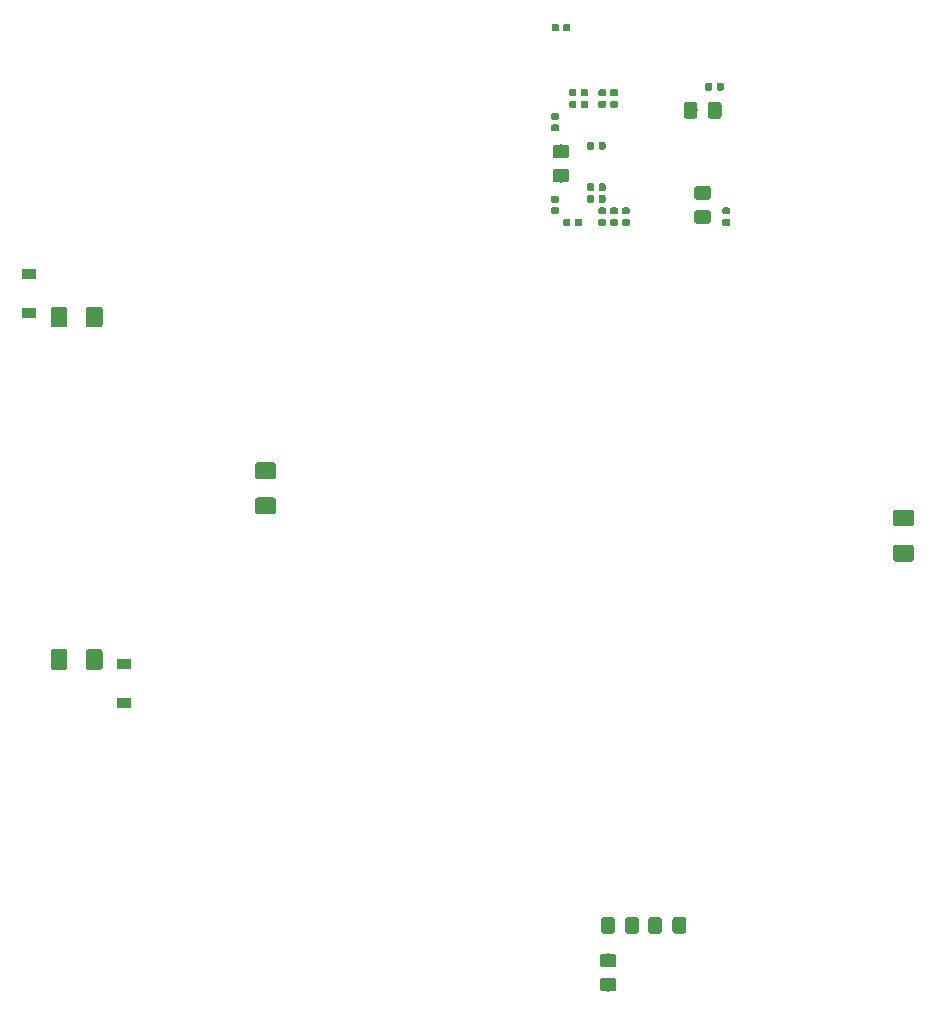
<source format=gbr>
G04 #@! TF.GenerationSoftware,KiCad,Pcbnew,(5.0.1)-3*
G04 #@! TF.CreationDate,2020-10-01T22:01:30+02:00*
G04 #@! TF.ProjectId,QCW Ultimate,51435720556C74696D6174652E6B6963,rev?*
G04 #@! TF.SameCoordinates,Original*
G04 #@! TF.FileFunction,Paste,Bot*
G04 #@! TF.FilePolarity,Positive*
%FSLAX46Y46*%
G04 Gerber Fmt 4.6, Leading zero omitted, Abs format (unit mm)*
G04 Created by KiCad (PCBNEW (5.0.1)-3) date 01/10/2020 22:01:30*
%MOMM*%
%LPD*%
G01*
G04 APERTURE LIST*
%ADD10C,0.050800*%
%ADD11C,1.150000*%
%ADD12C,0.590000*%
%ADD13R,1.200000X0.900000*%
%ADD14C,1.425000*%
G04 APERTURE END LIST*
D10*
G04 #@! TO.C,C3*
G36*
X125474505Y-121451204D02*
X125498773Y-121454804D01*
X125522572Y-121460765D01*
X125545671Y-121469030D01*
X125567850Y-121479520D01*
X125588893Y-121492132D01*
X125608599Y-121506747D01*
X125626777Y-121523223D01*
X125643253Y-121541401D01*
X125657868Y-121561107D01*
X125670480Y-121582150D01*
X125680970Y-121604329D01*
X125689235Y-121627428D01*
X125695196Y-121651227D01*
X125698796Y-121675495D01*
X125700000Y-121699999D01*
X125700000Y-122350001D01*
X125698796Y-122374505D01*
X125695196Y-122398773D01*
X125689235Y-122422572D01*
X125680970Y-122445671D01*
X125670480Y-122467850D01*
X125657868Y-122488893D01*
X125643253Y-122508599D01*
X125626777Y-122526777D01*
X125608599Y-122543253D01*
X125588893Y-122557868D01*
X125567850Y-122570480D01*
X125545671Y-122580970D01*
X125522572Y-122589235D01*
X125498773Y-122595196D01*
X125474505Y-122598796D01*
X125450001Y-122600000D01*
X124549999Y-122600000D01*
X124525495Y-122598796D01*
X124501227Y-122595196D01*
X124477428Y-122589235D01*
X124454329Y-122580970D01*
X124432150Y-122570480D01*
X124411107Y-122557868D01*
X124391401Y-122543253D01*
X124373223Y-122526777D01*
X124356747Y-122508599D01*
X124342132Y-122488893D01*
X124329520Y-122467850D01*
X124319030Y-122445671D01*
X124310765Y-122422572D01*
X124304804Y-122398773D01*
X124301204Y-122374505D01*
X124300000Y-122350001D01*
X124300000Y-121699999D01*
X124301204Y-121675495D01*
X124304804Y-121651227D01*
X124310765Y-121627428D01*
X124319030Y-121604329D01*
X124329520Y-121582150D01*
X124342132Y-121561107D01*
X124356747Y-121541401D01*
X124373223Y-121523223D01*
X124391401Y-121506747D01*
X124411107Y-121492132D01*
X124432150Y-121479520D01*
X124454329Y-121469030D01*
X124477428Y-121460765D01*
X124501227Y-121454804D01*
X124525495Y-121451204D01*
X124549999Y-121450000D01*
X125450001Y-121450000D01*
X125474505Y-121451204D01*
X125474505Y-121451204D01*
G37*
D11*
X125000000Y-122025000D03*
D10*
G36*
X125474505Y-119401204D02*
X125498773Y-119404804D01*
X125522572Y-119410765D01*
X125545671Y-119419030D01*
X125567850Y-119429520D01*
X125588893Y-119442132D01*
X125608599Y-119456747D01*
X125626777Y-119473223D01*
X125643253Y-119491401D01*
X125657868Y-119511107D01*
X125670480Y-119532150D01*
X125680970Y-119554329D01*
X125689235Y-119577428D01*
X125695196Y-119601227D01*
X125698796Y-119625495D01*
X125700000Y-119649999D01*
X125700000Y-120300001D01*
X125698796Y-120324505D01*
X125695196Y-120348773D01*
X125689235Y-120372572D01*
X125680970Y-120395671D01*
X125670480Y-120417850D01*
X125657868Y-120438893D01*
X125643253Y-120458599D01*
X125626777Y-120476777D01*
X125608599Y-120493253D01*
X125588893Y-120507868D01*
X125567850Y-120520480D01*
X125545671Y-120530970D01*
X125522572Y-120539235D01*
X125498773Y-120545196D01*
X125474505Y-120548796D01*
X125450001Y-120550000D01*
X124549999Y-120550000D01*
X124525495Y-120548796D01*
X124501227Y-120545196D01*
X124477428Y-120539235D01*
X124454329Y-120530970D01*
X124432150Y-120520480D01*
X124411107Y-120507868D01*
X124391401Y-120493253D01*
X124373223Y-120476777D01*
X124356747Y-120458599D01*
X124342132Y-120438893D01*
X124329520Y-120417850D01*
X124319030Y-120395671D01*
X124310765Y-120372572D01*
X124304804Y-120348773D01*
X124301204Y-120324505D01*
X124300000Y-120300001D01*
X124300000Y-119649999D01*
X124301204Y-119625495D01*
X124304804Y-119601227D01*
X124310765Y-119577428D01*
X124319030Y-119554329D01*
X124329520Y-119532150D01*
X124342132Y-119511107D01*
X124356747Y-119491401D01*
X124373223Y-119473223D01*
X124391401Y-119456747D01*
X124411107Y-119442132D01*
X124432150Y-119429520D01*
X124454329Y-119419030D01*
X124477428Y-119410765D01*
X124501227Y-119404804D01*
X124525495Y-119401204D01*
X124549999Y-119400000D01*
X125450001Y-119400000D01*
X125474505Y-119401204D01*
X125474505Y-119401204D01*
G37*
D11*
X125000000Y-119975000D03*
G04 #@! TD*
D10*
G04 #@! TO.C,C5*
G36*
X124686958Y-57190710D02*
X124701276Y-57192834D01*
X124715317Y-57196351D01*
X124728946Y-57201228D01*
X124742031Y-57207417D01*
X124754447Y-57214858D01*
X124766073Y-57223481D01*
X124776798Y-57233202D01*
X124786519Y-57243927D01*
X124795142Y-57255553D01*
X124802583Y-57267969D01*
X124808772Y-57281054D01*
X124813649Y-57294683D01*
X124817166Y-57308724D01*
X124819290Y-57323042D01*
X124820000Y-57337500D01*
X124820000Y-57632500D01*
X124819290Y-57646958D01*
X124817166Y-57661276D01*
X124813649Y-57675317D01*
X124808772Y-57688946D01*
X124802583Y-57702031D01*
X124795142Y-57714447D01*
X124786519Y-57726073D01*
X124776798Y-57736798D01*
X124766073Y-57746519D01*
X124754447Y-57755142D01*
X124742031Y-57762583D01*
X124728946Y-57768772D01*
X124715317Y-57773649D01*
X124701276Y-57777166D01*
X124686958Y-57779290D01*
X124672500Y-57780000D01*
X124327500Y-57780000D01*
X124313042Y-57779290D01*
X124298724Y-57777166D01*
X124284683Y-57773649D01*
X124271054Y-57768772D01*
X124257969Y-57762583D01*
X124245553Y-57755142D01*
X124233927Y-57746519D01*
X124223202Y-57736798D01*
X124213481Y-57726073D01*
X124204858Y-57714447D01*
X124197417Y-57702031D01*
X124191228Y-57688946D01*
X124186351Y-57675317D01*
X124182834Y-57661276D01*
X124180710Y-57646958D01*
X124180000Y-57632500D01*
X124180000Y-57337500D01*
X124180710Y-57323042D01*
X124182834Y-57308724D01*
X124186351Y-57294683D01*
X124191228Y-57281054D01*
X124197417Y-57267969D01*
X124204858Y-57255553D01*
X124213481Y-57243927D01*
X124223202Y-57233202D01*
X124233927Y-57223481D01*
X124245553Y-57214858D01*
X124257969Y-57207417D01*
X124271054Y-57201228D01*
X124284683Y-57196351D01*
X124298724Y-57192834D01*
X124313042Y-57190710D01*
X124327500Y-57190000D01*
X124672500Y-57190000D01*
X124686958Y-57190710D01*
X124686958Y-57190710D01*
G37*
D12*
X124500000Y-57485000D03*
D10*
G36*
X124686958Y-56220710D02*
X124701276Y-56222834D01*
X124715317Y-56226351D01*
X124728946Y-56231228D01*
X124742031Y-56237417D01*
X124754447Y-56244858D01*
X124766073Y-56253481D01*
X124776798Y-56263202D01*
X124786519Y-56273927D01*
X124795142Y-56285553D01*
X124802583Y-56297969D01*
X124808772Y-56311054D01*
X124813649Y-56324683D01*
X124817166Y-56338724D01*
X124819290Y-56353042D01*
X124820000Y-56367500D01*
X124820000Y-56662500D01*
X124819290Y-56676958D01*
X124817166Y-56691276D01*
X124813649Y-56705317D01*
X124808772Y-56718946D01*
X124802583Y-56732031D01*
X124795142Y-56744447D01*
X124786519Y-56756073D01*
X124776798Y-56766798D01*
X124766073Y-56776519D01*
X124754447Y-56785142D01*
X124742031Y-56792583D01*
X124728946Y-56798772D01*
X124715317Y-56803649D01*
X124701276Y-56807166D01*
X124686958Y-56809290D01*
X124672500Y-56810000D01*
X124327500Y-56810000D01*
X124313042Y-56809290D01*
X124298724Y-56807166D01*
X124284683Y-56803649D01*
X124271054Y-56798772D01*
X124257969Y-56792583D01*
X124245553Y-56785142D01*
X124233927Y-56776519D01*
X124223202Y-56766798D01*
X124213481Y-56756073D01*
X124204858Y-56744447D01*
X124197417Y-56732031D01*
X124191228Y-56718946D01*
X124186351Y-56705317D01*
X124182834Y-56691276D01*
X124180710Y-56676958D01*
X124180000Y-56662500D01*
X124180000Y-56367500D01*
X124180710Y-56353042D01*
X124182834Y-56338724D01*
X124186351Y-56324683D01*
X124191228Y-56311054D01*
X124197417Y-56297969D01*
X124204858Y-56285553D01*
X124213481Y-56273927D01*
X124223202Y-56263202D01*
X124233927Y-56253481D01*
X124245553Y-56244858D01*
X124257969Y-56237417D01*
X124271054Y-56231228D01*
X124284683Y-56226351D01*
X124298724Y-56222834D01*
X124313042Y-56220710D01*
X124327500Y-56220000D01*
X124672500Y-56220000D01*
X124686958Y-56220710D01*
X124686958Y-56220710D01*
G37*
D12*
X124500000Y-56515000D03*
G04 #@! TD*
D10*
G04 #@! TO.C,C12*
G36*
X133474505Y-56451204D02*
X133498773Y-56454804D01*
X133522572Y-56460765D01*
X133545671Y-56469030D01*
X133567850Y-56479520D01*
X133588893Y-56492132D01*
X133608599Y-56506747D01*
X133626777Y-56523223D01*
X133643253Y-56541401D01*
X133657868Y-56561107D01*
X133670480Y-56582150D01*
X133680970Y-56604329D01*
X133689235Y-56627428D01*
X133695196Y-56651227D01*
X133698796Y-56675495D01*
X133700000Y-56699999D01*
X133700000Y-57350001D01*
X133698796Y-57374505D01*
X133695196Y-57398773D01*
X133689235Y-57422572D01*
X133680970Y-57445671D01*
X133670480Y-57467850D01*
X133657868Y-57488893D01*
X133643253Y-57508599D01*
X133626777Y-57526777D01*
X133608599Y-57543253D01*
X133588893Y-57557868D01*
X133567850Y-57570480D01*
X133545671Y-57580970D01*
X133522572Y-57589235D01*
X133498773Y-57595196D01*
X133474505Y-57598796D01*
X133450001Y-57600000D01*
X132549999Y-57600000D01*
X132525495Y-57598796D01*
X132501227Y-57595196D01*
X132477428Y-57589235D01*
X132454329Y-57580970D01*
X132432150Y-57570480D01*
X132411107Y-57557868D01*
X132391401Y-57543253D01*
X132373223Y-57526777D01*
X132356747Y-57508599D01*
X132342132Y-57488893D01*
X132329520Y-57467850D01*
X132319030Y-57445671D01*
X132310765Y-57422572D01*
X132304804Y-57398773D01*
X132301204Y-57374505D01*
X132300000Y-57350001D01*
X132300000Y-56699999D01*
X132301204Y-56675495D01*
X132304804Y-56651227D01*
X132310765Y-56627428D01*
X132319030Y-56604329D01*
X132329520Y-56582150D01*
X132342132Y-56561107D01*
X132356747Y-56541401D01*
X132373223Y-56523223D01*
X132391401Y-56506747D01*
X132411107Y-56492132D01*
X132432150Y-56479520D01*
X132454329Y-56469030D01*
X132477428Y-56460765D01*
X132501227Y-56454804D01*
X132525495Y-56451204D01*
X132549999Y-56450000D01*
X133450001Y-56450000D01*
X133474505Y-56451204D01*
X133474505Y-56451204D01*
G37*
D11*
X133000000Y-57025000D03*
D10*
G36*
X133474505Y-54401204D02*
X133498773Y-54404804D01*
X133522572Y-54410765D01*
X133545671Y-54419030D01*
X133567850Y-54429520D01*
X133588893Y-54442132D01*
X133608599Y-54456747D01*
X133626777Y-54473223D01*
X133643253Y-54491401D01*
X133657868Y-54511107D01*
X133670480Y-54532150D01*
X133680970Y-54554329D01*
X133689235Y-54577428D01*
X133695196Y-54601227D01*
X133698796Y-54625495D01*
X133700000Y-54649999D01*
X133700000Y-55300001D01*
X133698796Y-55324505D01*
X133695196Y-55348773D01*
X133689235Y-55372572D01*
X133680970Y-55395671D01*
X133670480Y-55417850D01*
X133657868Y-55438893D01*
X133643253Y-55458599D01*
X133626777Y-55476777D01*
X133608599Y-55493253D01*
X133588893Y-55507868D01*
X133567850Y-55520480D01*
X133545671Y-55530970D01*
X133522572Y-55539235D01*
X133498773Y-55545196D01*
X133474505Y-55548796D01*
X133450001Y-55550000D01*
X132549999Y-55550000D01*
X132525495Y-55548796D01*
X132501227Y-55545196D01*
X132477428Y-55539235D01*
X132454329Y-55530970D01*
X132432150Y-55520480D01*
X132411107Y-55507868D01*
X132391401Y-55493253D01*
X132373223Y-55476777D01*
X132356747Y-55458599D01*
X132342132Y-55438893D01*
X132329520Y-55417850D01*
X132319030Y-55395671D01*
X132310765Y-55372572D01*
X132304804Y-55348773D01*
X132301204Y-55324505D01*
X132300000Y-55300001D01*
X132300000Y-54649999D01*
X132301204Y-54625495D01*
X132304804Y-54601227D01*
X132310765Y-54577428D01*
X132319030Y-54554329D01*
X132329520Y-54532150D01*
X132342132Y-54511107D01*
X132356747Y-54491401D01*
X132373223Y-54473223D01*
X132391401Y-54456747D01*
X132411107Y-54442132D01*
X132432150Y-54429520D01*
X132454329Y-54419030D01*
X132477428Y-54410765D01*
X132501227Y-54404804D01*
X132525495Y-54401204D01*
X132549999Y-54400000D01*
X133450001Y-54400000D01*
X133474505Y-54401204D01*
X133474505Y-54401204D01*
G37*
D11*
X133000000Y-54975000D03*
G04 #@! TD*
D10*
G04 #@! TO.C,C13*
G36*
X132324505Y-47301204D02*
X132348773Y-47304804D01*
X132372572Y-47310765D01*
X132395671Y-47319030D01*
X132417850Y-47329520D01*
X132438893Y-47342132D01*
X132458599Y-47356747D01*
X132476777Y-47373223D01*
X132493253Y-47391401D01*
X132507868Y-47411107D01*
X132520480Y-47432150D01*
X132530970Y-47454329D01*
X132539235Y-47477428D01*
X132545196Y-47501227D01*
X132548796Y-47525495D01*
X132550000Y-47549999D01*
X132550000Y-48450001D01*
X132548796Y-48474505D01*
X132545196Y-48498773D01*
X132539235Y-48522572D01*
X132530970Y-48545671D01*
X132520480Y-48567850D01*
X132507868Y-48588893D01*
X132493253Y-48608599D01*
X132476777Y-48626777D01*
X132458599Y-48643253D01*
X132438893Y-48657868D01*
X132417850Y-48670480D01*
X132395671Y-48680970D01*
X132372572Y-48689235D01*
X132348773Y-48695196D01*
X132324505Y-48698796D01*
X132300001Y-48700000D01*
X131649999Y-48700000D01*
X131625495Y-48698796D01*
X131601227Y-48695196D01*
X131577428Y-48689235D01*
X131554329Y-48680970D01*
X131532150Y-48670480D01*
X131511107Y-48657868D01*
X131491401Y-48643253D01*
X131473223Y-48626777D01*
X131456747Y-48608599D01*
X131442132Y-48588893D01*
X131429520Y-48567850D01*
X131419030Y-48545671D01*
X131410765Y-48522572D01*
X131404804Y-48498773D01*
X131401204Y-48474505D01*
X131400000Y-48450001D01*
X131400000Y-47549999D01*
X131401204Y-47525495D01*
X131404804Y-47501227D01*
X131410765Y-47477428D01*
X131419030Y-47454329D01*
X131429520Y-47432150D01*
X131442132Y-47411107D01*
X131456747Y-47391401D01*
X131473223Y-47373223D01*
X131491401Y-47356747D01*
X131511107Y-47342132D01*
X131532150Y-47329520D01*
X131554329Y-47319030D01*
X131577428Y-47310765D01*
X131601227Y-47304804D01*
X131625495Y-47301204D01*
X131649999Y-47300000D01*
X132300001Y-47300000D01*
X132324505Y-47301204D01*
X132324505Y-47301204D01*
G37*
D11*
X131975000Y-48000000D03*
D10*
G36*
X134374505Y-47301204D02*
X134398773Y-47304804D01*
X134422572Y-47310765D01*
X134445671Y-47319030D01*
X134467850Y-47329520D01*
X134488893Y-47342132D01*
X134508599Y-47356747D01*
X134526777Y-47373223D01*
X134543253Y-47391401D01*
X134557868Y-47411107D01*
X134570480Y-47432150D01*
X134580970Y-47454329D01*
X134589235Y-47477428D01*
X134595196Y-47501227D01*
X134598796Y-47525495D01*
X134600000Y-47549999D01*
X134600000Y-48450001D01*
X134598796Y-48474505D01*
X134595196Y-48498773D01*
X134589235Y-48522572D01*
X134580970Y-48545671D01*
X134570480Y-48567850D01*
X134557868Y-48588893D01*
X134543253Y-48608599D01*
X134526777Y-48626777D01*
X134508599Y-48643253D01*
X134488893Y-48657868D01*
X134467850Y-48670480D01*
X134445671Y-48680970D01*
X134422572Y-48689235D01*
X134398773Y-48695196D01*
X134374505Y-48698796D01*
X134350001Y-48700000D01*
X133699999Y-48700000D01*
X133675495Y-48698796D01*
X133651227Y-48695196D01*
X133627428Y-48689235D01*
X133604329Y-48680970D01*
X133582150Y-48670480D01*
X133561107Y-48657868D01*
X133541401Y-48643253D01*
X133523223Y-48626777D01*
X133506747Y-48608599D01*
X133492132Y-48588893D01*
X133479520Y-48567850D01*
X133469030Y-48545671D01*
X133460765Y-48522572D01*
X133454804Y-48498773D01*
X133451204Y-48474505D01*
X133450000Y-48450001D01*
X133450000Y-47549999D01*
X133451204Y-47525495D01*
X133454804Y-47501227D01*
X133460765Y-47477428D01*
X133469030Y-47454329D01*
X133479520Y-47432150D01*
X133492132Y-47411107D01*
X133506747Y-47391401D01*
X133523223Y-47373223D01*
X133541401Y-47356747D01*
X133561107Y-47342132D01*
X133582150Y-47329520D01*
X133604329Y-47319030D01*
X133627428Y-47310765D01*
X133651227Y-47304804D01*
X133675495Y-47301204D01*
X133699999Y-47300000D01*
X134350001Y-47300000D01*
X134374505Y-47301204D01*
X134374505Y-47301204D01*
G37*
D11*
X134025000Y-48000000D03*
G04 #@! TD*
D10*
G04 #@! TO.C,C15*
G36*
X122176958Y-47180710D02*
X122191276Y-47182834D01*
X122205317Y-47186351D01*
X122218946Y-47191228D01*
X122232031Y-47197417D01*
X122244447Y-47204858D01*
X122256073Y-47213481D01*
X122266798Y-47223202D01*
X122276519Y-47233927D01*
X122285142Y-47245553D01*
X122292583Y-47257969D01*
X122298772Y-47271054D01*
X122303649Y-47284683D01*
X122307166Y-47298724D01*
X122309290Y-47313042D01*
X122310000Y-47327500D01*
X122310000Y-47672500D01*
X122309290Y-47686958D01*
X122307166Y-47701276D01*
X122303649Y-47715317D01*
X122298772Y-47728946D01*
X122292583Y-47742031D01*
X122285142Y-47754447D01*
X122276519Y-47766073D01*
X122266798Y-47776798D01*
X122256073Y-47786519D01*
X122244447Y-47795142D01*
X122232031Y-47802583D01*
X122218946Y-47808772D01*
X122205317Y-47813649D01*
X122191276Y-47817166D01*
X122176958Y-47819290D01*
X122162500Y-47820000D01*
X121867500Y-47820000D01*
X121853042Y-47819290D01*
X121838724Y-47817166D01*
X121824683Y-47813649D01*
X121811054Y-47808772D01*
X121797969Y-47802583D01*
X121785553Y-47795142D01*
X121773927Y-47786519D01*
X121763202Y-47776798D01*
X121753481Y-47766073D01*
X121744858Y-47754447D01*
X121737417Y-47742031D01*
X121731228Y-47728946D01*
X121726351Y-47715317D01*
X121722834Y-47701276D01*
X121720710Y-47686958D01*
X121720000Y-47672500D01*
X121720000Y-47327500D01*
X121720710Y-47313042D01*
X121722834Y-47298724D01*
X121726351Y-47284683D01*
X121731228Y-47271054D01*
X121737417Y-47257969D01*
X121744858Y-47245553D01*
X121753481Y-47233927D01*
X121763202Y-47223202D01*
X121773927Y-47213481D01*
X121785553Y-47204858D01*
X121797969Y-47197417D01*
X121811054Y-47191228D01*
X121824683Y-47186351D01*
X121838724Y-47182834D01*
X121853042Y-47180710D01*
X121867500Y-47180000D01*
X122162500Y-47180000D01*
X122176958Y-47180710D01*
X122176958Y-47180710D01*
G37*
D12*
X122015000Y-47500000D03*
D10*
G36*
X123146958Y-47180710D02*
X123161276Y-47182834D01*
X123175317Y-47186351D01*
X123188946Y-47191228D01*
X123202031Y-47197417D01*
X123214447Y-47204858D01*
X123226073Y-47213481D01*
X123236798Y-47223202D01*
X123246519Y-47233927D01*
X123255142Y-47245553D01*
X123262583Y-47257969D01*
X123268772Y-47271054D01*
X123273649Y-47284683D01*
X123277166Y-47298724D01*
X123279290Y-47313042D01*
X123280000Y-47327500D01*
X123280000Y-47672500D01*
X123279290Y-47686958D01*
X123277166Y-47701276D01*
X123273649Y-47715317D01*
X123268772Y-47728946D01*
X123262583Y-47742031D01*
X123255142Y-47754447D01*
X123246519Y-47766073D01*
X123236798Y-47776798D01*
X123226073Y-47786519D01*
X123214447Y-47795142D01*
X123202031Y-47802583D01*
X123188946Y-47808772D01*
X123175317Y-47813649D01*
X123161276Y-47817166D01*
X123146958Y-47819290D01*
X123132500Y-47820000D01*
X122837500Y-47820000D01*
X122823042Y-47819290D01*
X122808724Y-47817166D01*
X122794683Y-47813649D01*
X122781054Y-47808772D01*
X122767969Y-47802583D01*
X122755553Y-47795142D01*
X122743927Y-47786519D01*
X122733202Y-47776798D01*
X122723481Y-47766073D01*
X122714858Y-47754447D01*
X122707417Y-47742031D01*
X122701228Y-47728946D01*
X122696351Y-47715317D01*
X122692834Y-47701276D01*
X122690710Y-47686958D01*
X122690000Y-47672500D01*
X122690000Y-47327500D01*
X122690710Y-47313042D01*
X122692834Y-47298724D01*
X122696351Y-47284683D01*
X122701228Y-47271054D01*
X122707417Y-47257969D01*
X122714858Y-47245553D01*
X122723481Y-47233927D01*
X122733202Y-47223202D01*
X122743927Y-47213481D01*
X122755553Y-47204858D01*
X122767969Y-47197417D01*
X122781054Y-47191228D01*
X122794683Y-47186351D01*
X122808724Y-47182834D01*
X122823042Y-47180710D01*
X122837500Y-47180000D01*
X123132500Y-47180000D01*
X123146958Y-47180710D01*
X123146958Y-47180710D01*
G37*
D12*
X122985000Y-47500000D03*
G04 #@! TD*
D10*
G04 #@! TO.C,C16*
G36*
X123676958Y-55180710D02*
X123691276Y-55182834D01*
X123705317Y-55186351D01*
X123718946Y-55191228D01*
X123732031Y-55197417D01*
X123744447Y-55204858D01*
X123756073Y-55213481D01*
X123766798Y-55223202D01*
X123776519Y-55233927D01*
X123785142Y-55245553D01*
X123792583Y-55257969D01*
X123798772Y-55271054D01*
X123803649Y-55284683D01*
X123807166Y-55298724D01*
X123809290Y-55313042D01*
X123810000Y-55327500D01*
X123810000Y-55672500D01*
X123809290Y-55686958D01*
X123807166Y-55701276D01*
X123803649Y-55715317D01*
X123798772Y-55728946D01*
X123792583Y-55742031D01*
X123785142Y-55754447D01*
X123776519Y-55766073D01*
X123766798Y-55776798D01*
X123756073Y-55786519D01*
X123744447Y-55795142D01*
X123732031Y-55802583D01*
X123718946Y-55808772D01*
X123705317Y-55813649D01*
X123691276Y-55817166D01*
X123676958Y-55819290D01*
X123662500Y-55820000D01*
X123367500Y-55820000D01*
X123353042Y-55819290D01*
X123338724Y-55817166D01*
X123324683Y-55813649D01*
X123311054Y-55808772D01*
X123297969Y-55802583D01*
X123285553Y-55795142D01*
X123273927Y-55786519D01*
X123263202Y-55776798D01*
X123253481Y-55766073D01*
X123244858Y-55754447D01*
X123237417Y-55742031D01*
X123231228Y-55728946D01*
X123226351Y-55715317D01*
X123222834Y-55701276D01*
X123220710Y-55686958D01*
X123220000Y-55672500D01*
X123220000Y-55327500D01*
X123220710Y-55313042D01*
X123222834Y-55298724D01*
X123226351Y-55284683D01*
X123231228Y-55271054D01*
X123237417Y-55257969D01*
X123244858Y-55245553D01*
X123253481Y-55233927D01*
X123263202Y-55223202D01*
X123273927Y-55213481D01*
X123285553Y-55204858D01*
X123297969Y-55197417D01*
X123311054Y-55191228D01*
X123324683Y-55186351D01*
X123338724Y-55182834D01*
X123353042Y-55180710D01*
X123367500Y-55180000D01*
X123662500Y-55180000D01*
X123676958Y-55180710D01*
X123676958Y-55180710D01*
G37*
D12*
X123515000Y-55500000D03*
D10*
G36*
X124646958Y-55180710D02*
X124661276Y-55182834D01*
X124675317Y-55186351D01*
X124688946Y-55191228D01*
X124702031Y-55197417D01*
X124714447Y-55204858D01*
X124726073Y-55213481D01*
X124736798Y-55223202D01*
X124746519Y-55233927D01*
X124755142Y-55245553D01*
X124762583Y-55257969D01*
X124768772Y-55271054D01*
X124773649Y-55284683D01*
X124777166Y-55298724D01*
X124779290Y-55313042D01*
X124780000Y-55327500D01*
X124780000Y-55672500D01*
X124779290Y-55686958D01*
X124777166Y-55701276D01*
X124773649Y-55715317D01*
X124768772Y-55728946D01*
X124762583Y-55742031D01*
X124755142Y-55754447D01*
X124746519Y-55766073D01*
X124736798Y-55776798D01*
X124726073Y-55786519D01*
X124714447Y-55795142D01*
X124702031Y-55802583D01*
X124688946Y-55808772D01*
X124675317Y-55813649D01*
X124661276Y-55817166D01*
X124646958Y-55819290D01*
X124632500Y-55820000D01*
X124337500Y-55820000D01*
X124323042Y-55819290D01*
X124308724Y-55817166D01*
X124294683Y-55813649D01*
X124281054Y-55808772D01*
X124267969Y-55802583D01*
X124255553Y-55795142D01*
X124243927Y-55786519D01*
X124233202Y-55776798D01*
X124223481Y-55766073D01*
X124214858Y-55754447D01*
X124207417Y-55742031D01*
X124201228Y-55728946D01*
X124196351Y-55715317D01*
X124192834Y-55701276D01*
X124190710Y-55686958D01*
X124190000Y-55672500D01*
X124190000Y-55327500D01*
X124190710Y-55313042D01*
X124192834Y-55298724D01*
X124196351Y-55284683D01*
X124201228Y-55271054D01*
X124207417Y-55257969D01*
X124214858Y-55245553D01*
X124223481Y-55233927D01*
X124233202Y-55223202D01*
X124243927Y-55213481D01*
X124255553Y-55204858D01*
X124267969Y-55197417D01*
X124281054Y-55191228D01*
X124294683Y-55186351D01*
X124308724Y-55182834D01*
X124323042Y-55180710D01*
X124337500Y-55180000D01*
X124632500Y-55180000D01*
X124646958Y-55180710D01*
X124646958Y-55180710D01*
G37*
D12*
X124485000Y-55500000D03*
G04 #@! TD*
D10*
G04 #@! TO.C,C17*
G36*
X121676958Y-57180710D02*
X121691276Y-57182834D01*
X121705317Y-57186351D01*
X121718946Y-57191228D01*
X121732031Y-57197417D01*
X121744447Y-57204858D01*
X121756073Y-57213481D01*
X121766798Y-57223202D01*
X121776519Y-57233927D01*
X121785142Y-57245553D01*
X121792583Y-57257969D01*
X121798772Y-57271054D01*
X121803649Y-57284683D01*
X121807166Y-57298724D01*
X121809290Y-57313042D01*
X121810000Y-57327500D01*
X121810000Y-57672500D01*
X121809290Y-57686958D01*
X121807166Y-57701276D01*
X121803649Y-57715317D01*
X121798772Y-57728946D01*
X121792583Y-57742031D01*
X121785142Y-57754447D01*
X121776519Y-57766073D01*
X121766798Y-57776798D01*
X121756073Y-57786519D01*
X121744447Y-57795142D01*
X121732031Y-57802583D01*
X121718946Y-57808772D01*
X121705317Y-57813649D01*
X121691276Y-57817166D01*
X121676958Y-57819290D01*
X121662500Y-57820000D01*
X121367500Y-57820000D01*
X121353042Y-57819290D01*
X121338724Y-57817166D01*
X121324683Y-57813649D01*
X121311054Y-57808772D01*
X121297969Y-57802583D01*
X121285553Y-57795142D01*
X121273927Y-57786519D01*
X121263202Y-57776798D01*
X121253481Y-57766073D01*
X121244858Y-57754447D01*
X121237417Y-57742031D01*
X121231228Y-57728946D01*
X121226351Y-57715317D01*
X121222834Y-57701276D01*
X121220710Y-57686958D01*
X121220000Y-57672500D01*
X121220000Y-57327500D01*
X121220710Y-57313042D01*
X121222834Y-57298724D01*
X121226351Y-57284683D01*
X121231228Y-57271054D01*
X121237417Y-57257969D01*
X121244858Y-57245553D01*
X121253481Y-57233927D01*
X121263202Y-57223202D01*
X121273927Y-57213481D01*
X121285553Y-57204858D01*
X121297969Y-57197417D01*
X121311054Y-57191228D01*
X121324683Y-57186351D01*
X121338724Y-57182834D01*
X121353042Y-57180710D01*
X121367500Y-57180000D01*
X121662500Y-57180000D01*
X121676958Y-57180710D01*
X121676958Y-57180710D01*
G37*
D12*
X121515000Y-57500000D03*
D10*
G36*
X122646958Y-57180710D02*
X122661276Y-57182834D01*
X122675317Y-57186351D01*
X122688946Y-57191228D01*
X122702031Y-57197417D01*
X122714447Y-57204858D01*
X122726073Y-57213481D01*
X122736798Y-57223202D01*
X122746519Y-57233927D01*
X122755142Y-57245553D01*
X122762583Y-57257969D01*
X122768772Y-57271054D01*
X122773649Y-57284683D01*
X122777166Y-57298724D01*
X122779290Y-57313042D01*
X122780000Y-57327500D01*
X122780000Y-57672500D01*
X122779290Y-57686958D01*
X122777166Y-57701276D01*
X122773649Y-57715317D01*
X122768772Y-57728946D01*
X122762583Y-57742031D01*
X122755142Y-57754447D01*
X122746519Y-57766073D01*
X122736798Y-57776798D01*
X122726073Y-57786519D01*
X122714447Y-57795142D01*
X122702031Y-57802583D01*
X122688946Y-57808772D01*
X122675317Y-57813649D01*
X122661276Y-57817166D01*
X122646958Y-57819290D01*
X122632500Y-57820000D01*
X122337500Y-57820000D01*
X122323042Y-57819290D01*
X122308724Y-57817166D01*
X122294683Y-57813649D01*
X122281054Y-57808772D01*
X122267969Y-57802583D01*
X122255553Y-57795142D01*
X122243927Y-57786519D01*
X122233202Y-57776798D01*
X122223481Y-57766073D01*
X122214858Y-57754447D01*
X122207417Y-57742031D01*
X122201228Y-57728946D01*
X122196351Y-57715317D01*
X122192834Y-57701276D01*
X122190710Y-57686958D01*
X122190000Y-57672500D01*
X122190000Y-57327500D01*
X122190710Y-57313042D01*
X122192834Y-57298724D01*
X122196351Y-57284683D01*
X122201228Y-57271054D01*
X122207417Y-57257969D01*
X122214858Y-57245553D01*
X122223481Y-57233927D01*
X122233202Y-57223202D01*
X122243927Y-57213481D01*
X122255553Y-57204858D01*
X122267969Y-57197417D01*
X122281054Y-57191228D01*
X122294683Y-57186351D01*
X122308724Y-57182834D01*
X122323042Y-57180710D01*
X122337500Y-57180000D01*
X122632500Y-57180000D01*
X122646958Y-57180710D01*
X122646958Y-57180710D01*
G37*
D12*
X122485000Y-57500000D03*
G04 #@! TD*
D10*
G04 #@! TO.C,C30*
G36*
X135186958Y-57190710D02*
X135201276Y-57192834D01*
X135215317Y-57196351D01*
X135228946Y-57201228D01*
X135242031Y-57207417D01*
X135254447Y-57214858D01*
X135266073Y-57223481D01*
X135276798Y-57233202D01*
X135286519Y-57243927D01*
X135295142Y-57255553D01*
X135302583Y-57267969D01*
X135308772Y-57281054D01*
X135313649Y-57294683D01*
X135317166Y-57308724D01*
X135319290Y-57323042D01*
X135320000Y-57337500D01*
X135320000Y-57632500D01*
X135319290Y-57646958D01*
X135317166Y-57661276D01*
X135313649Y-57675317D01*
X135308772Y-57688946D01*
X135302583Y-57702031D01*
X135295142Y-57714447D01*
X135286519Y-57726073D01*
X135276798Y-57736798D01*
X135266073Y-57746519D01*
X135254447Y-57755142D01*
X135242031Y-57762583D01*
X135228946Y-57768772D01*
X135215317Y-57773649D01*
X135201276Y-57777166D01*
X135186958Y-57779290D01*
X135172500Y-57780000D01*
X134827500Y-57780000D01*
X134813042Y-57779290D01*
X134798724Y-57777166D01*
X134784683Y-57773649D01*
X134771054Y-57768772D01*
X134757969Y-57762583D01*
X134745553Y-57755142D01*
X134733927Y-57746519D01*
X134723202Y-57736798D01*
X134713481Y-57726073D01*
X134704858Y-57714447D01*
X134697417Y-57702031D01*
X134691228Y-57688946D01*
X134686351Y-57675317D01*
X134682834Y-57661276D01*
X134680710Y-57646958D01*
X134680000Y-57632500D01*
X134680000Y-57337500D01*
X134680710Y-57323042D01*
X134682834Y-57308724D01*
X134686351Y-57294683D01*
X134691228Y-57281054D01*
X134697417Y-57267969D01*
X134704858Y-57255553D01*
X134713481Y-57243927D01*
X134723202Y-57233202D01*
X134733927Y-57223481D01*
X134745553Y-57214858D01*
X134757969Y-57207417D01*
X134771054Y-57201228D01*
X134784683Y-57196351D01*
X134798724Y-57192834D01*
X134813042Y-57190710D01*
X134827500Y-57190000D01*
X135172500Y-57190000D01*
X135186958Y-57190710D01*
X135186958Y-57190710D01*
G37*
D12*
X135000000Y-57485000D03*
D10*
G36*
X135186958Y-56220710D02*
X135201276Y-56222834D01*
X135215317Y-56226351D01*
X135228946Y-56231228D01*
X135242031Y-56237417D01*
X135254447Y-56244858D01*
X135266073Y-56253481D01*
X135276798Y-56263202D01*
X135286519Y-56273927D01*
X135295142Y-56285553D01*
X135302583Y-56297969D01*
X135308772Y-56311054D01*
X135313649Y-56324683D01*
X135317166Y-56338724D01*
X135319290Y-56353042D01*
X135320000Y-56367500D01*
X135320000Y-56662500D01*
X135319290Y-56676958D01*
X135317166Y-56691276D01*
X135313649Y-56705317D01*
X135308772Y-56718946D01*
X135302583Y-56732031D01*
X135295142Y-56744447D01*
X135286519Y-56756073D01*
X135276798Y-56766798D01*
X135266073Y-56776519D01*
X135254447Y-56785142D01*
X135242031Y-56792583D01*
X135228946Y-56798772D01*
X135215317Y-56803649D01*
X135201276Y-56807166D01*
X135186958Y-56809290D01*
X135172500Y-56810000D01*
X134827500Y-56810000D01*
X134813042Y-56809290D01*
X134798724Y-56807166D01*
X134784683Y-56803649D01*
X134771054Y-56798772D01*
X134757969Y-56792583D01*
X134745553Y-56785142D01*
X134733927Y-56776519D01*
X134723202Y-56766798D01*
X134713481Y-56756073D01*
X134704858Y-56744447D01*
X134697417Y-56732031D01*
X134691228Y-56718946D01*
X134686351Y-56705317D01*
X134682834Y-56691276D01*
X134680710Y-56676958D01*
X134680000Y-56662500D01*
X134680000Y-56367500D01*
X134680710Y-56353042D01*
X134682834Y-56338724D01*
X134686351Y-56324683D01*
X134691228Y-56311054D01*
X134697417Y-56297969D01*
X134704858Y-56285553D01*
X134713481Y-56273927D01*
X134723202Y-56263202D01*
X134733927Y-56253481D01*
X134745553Y-56244858D01*
X134757969Y-56237417D01*
X134771054Y-56231228D01*
X134784683Y-56226351D01*
X134798724Y-56222834D01*
X134813042Y-56220710D01*
X134827500Y-56220000D01*
X135172500Y-56220000D01*
X135186958Y-56220710D01*
X135186958Y-56220710D01*
G37*
D12*
X135000000Y-56515000D03*
G04 #@! TD*
D10*
G04 #@! TO.C,C31*
G36*
X133676958Y-45680710D02*
X133691276Y-45682834D01*
X133705317Y-45686351D01*
X133718946Y-45691228D01*
X133732031Y-45697417D01*
X133744447Y-45704858D01*
X133756073Y-45713481D01*
X133766798Y-45723202D01*
X133776519Y-45733927D01*
X133785142Y-45745553D01*
X133792583Y-45757969D01*
X133798772Y-45771054D01*
X133803649Y-45784683D01*
X133807166Y-45798724D01*
X133809290Y-45813042D01*
X133810000Y-45827500D01*
X133810000Y-46172500D01*
X133809290Y-46186958D01*
X133807166Y-46201276D01*
X133803649Y-46215317D01*
X133798772Y-46228946D01*
X133792583Y-46242031D01*
X133785142Y-46254447D01*
X133776519Y-46266073D01*
X133766798Y-46276798D01*
X133756073Y-46286519D01*
X133744447Y-46295142D01*
X133732031Y-46302583D01*
X133718946Y-46308772D01*
X133705317Y-46313649D01*
X133691276Y-46317166D01*
X133676958Y-46319290D01*
X133662500Y-46320000D01*
X133367500Y-46320000D01*
X133353042Y-46319290D01*
X133338724Y-46317166D01*
X133324683Y-46313649D01*
X133311054Y-46308772D01*
X133297969Y-46302583D01*
X133285553Y-46295142D01*
X133273927Y-46286519D01*
X133263202Y-46276798D01*
X133253481Y-46266073D01*
X133244858Y-46254447D01*
X133237417Y-46242031D01*
X133231228Y-46228946D01*
X133226351Y-46215317D01*
X133222834Y-46201276D01*
X133220710Y-46186958D01*
X133220000Y-46172500D01*
X133220000Y-45827500D01*
X133220710Y-45813042D01*
X133222834Y-45798724D01*
X133226351Y-45784683D01*
X133231228Y-45771054D01*
X133237417Y-45757969D01*
X133244858Y-45745553D01*
X133253481Y-45733927D01*
X133263202Y-45723202D01*
X133273927Y-45713481D01*
X133285553Y-45704858D01*
X133297969Y-45697417D01*
X133311054Y-45691228D01*
X133324683Y-45686351D01*
X133338724Y-45682834D01*
X133353042Y-45680710D01*
X133367500Y-45680000D01*
X133662500Y-45680000D01*
X133676958Y-45680710D01*
X133676958Y-45680710D01*
G37*
D12*
X133515000Y-46000000D03*
D10*
G36*
X134646958Y-45680710D02*
X134661276Y-45682834D01*
X134675317Y-45686351D01*
X134688946Y-45691228D01*
X134702031Y-45697417D01*
X134714447Y-45704858D01*
X134726073Y-45713481D01*
X134736798Y-45723202D01*
X134746519Y-45733927D01*
X134755142Y-45745553D01*
X134762583Y-45757969D01*
X134768772Y-45771054D01*
X134773649Y-45784683D01*
X134777166Y-45798724D01*
X134779290Y-45813042D01*
X134780000Y-45827500D01*
X134780000Y-46172500D01*
X134779290Y-46186958D01*
X134777166Y-46201276D01*
X134773649Y-46215317D01*
X134768772Y-46228946D01*
X134762583Y-46242031D01*
X134755142Y-46254447D01*
X134746519Y-46266073D01*
X134736798Y-46276798D01*
X134726073Y-46286519D01*
X134714447Y-46295142D01*
X134702031Y-46302583D01*
X134688946Y-46308772D01*
X134675317Y-46313649D01*
X134661276Y-46317166D01*
X134646958Y-46319290D01*
X134632500Y-46320000D01*
X134337500Y-46320000D01*
X134323042Y-46319290D01*
X134308724Y-46317166D01*
X134294683Y-46313649D01*
X134281054Y-46308772D01*
X134267969Y-46302583D01*
X134255553Y-46295142D01*
X134243927Y-46286519D01*
X134233202Y-46276798D01*
X134223481Y-46266073D01*
X134214858Y-46254447D01*
X134207417Y-46242031D01*
X134201228Y-46228946D01*
X134196351Y-46215317D01*
X134192834Y-46201276D01*
X134190710Y-46186958D01*
X134190000Y-46172500D01*
X134190000Y-45827500D01*
X134190710Y-45813042D01*
X134192834Y-45798724D01*
X134196351Y-45784683D01*
X134201228Y-45771054D01*
X134207417Y-45757969D01*
X134214858Y-45745553D01*
X134223481Y-45733927D01*
X134233202Y-45723202D01*
X134243927Y-45713481D01*
X134255553Y-45704858D01*
X134267969Y-45697417D01*
X134281054Y-45691228D01*
X134294683Y-45686351D01*
X134308724Y-45682834D01*
X134323042Y-45680710D01*
X134337500Y-45680000D01*
X134632500Y-45680000D01*
X134646958Y-45680710D01*
X134646958Y-45680710D01*
G37*
D12*
X134485000Y-46000000D03*
G04 #@! TD*
D10*
G04 #@! TO.C,C32*
G36*
X123676958Y-50680710D02*
X123691276Y-50682834D01*
X123705317Y-50686351D01*
X123718946Y-50691228D01*
X123732031Y-50697417D01*
X123744447Y-50704858D01*
X123756073Y-50713481D01*
X123766798Y-50723202D01*
X123776519Y-50733927D01*
X123785142Y-50745553D01*
X123792583Y-50757969D01*
X123798772Y-50771054D01*
X123803649Y-50784683D01*
X123807166Y-50798724D01*
X123809290Y-50813042D01*
X123810000Y-50827500D01*
X123810000Y-51172500D01*
X123809290Y-51186958D01*
X123807166Y-51201276D01*
X123803649Y-51215317D01*
X123798772Y-51228946D01*
X123792583Y-51242031D01*
X123785142Y-51254447D01*
X123776519Y-51266073D01*
X123766798Y-51276798D01*
X123756073Y-51286519D01*
X123744447Y-51295142D01*
X123732031Y-51302583D01*
X123718946Y-51308772D01*
X123705317Y-51313649D01*
X123691276Y-51317166D01*
X123676958Y-51319290D01*
X123662500Y-51320000D01*
X123367500Y-51320000D01*
X123353042Y-51319290D01*
X123338724Y-51317166D01*
X123324683Y-51313649D01*
X123311054Y-51308772D01*
X123297969Y-51302583D01*
X123285553Y-51295142D01*
X123273927Y-51286519D01*
X123263202Y-51276798D01*
X123253481Y-51266073D01*
X123244858Y-51254447D01*
X123237417Y-51242031D01*
X123231228Y-51228946D01*
X123226351Y-51215317D01*
X123222834Y-51201276D01*
X123220710Y-51186958D01*
X123220000Y-51172500D01*
X123220000Y-50827500D01*
X123220710Y-50813042D01*
X123222834Y-50798724D01*
X123226351Y-50784683D01*
X123231228Y-50771054D01*
X123237417Y-50757969D01*
X123244858Y-50745553D01*
X123253481Y-50733927D01*
X123263202Y-50723202D01*
X123273927Y-50713481D01*
X123285553Y-50704858D01*
X123297969Y-50697417D01*
X123311054Y-50691228D01*
X123324683Y-50686351D01*
X123338724Y-50682834D01*
X123353042Y-50680710D01*
X123367500Y-50680000D01*
X123662500Y-50680000D01*
X123676958Y-50680710D01*
X123676958Y-50680710D01*
G37*
D12*
X123515000Y-51000000D03*
D10*
G36*
X124646958Y-50680710D02*
X124661276Y-50682834D01*
X124675317Y-50686351D01*
X124688946Y-50691228D01*
X124702031Y-50697417D01*
X124714447Y-50704858D01*
X124726073Y-50713481D01*
X124736798Y-50723202D01*
X124746519Y-50733927D01*
X124755142Y-50745553D01*
X124762583Y-50757969D01*
X124768772Y-50771054D01*
X124773649Y-50784683D01*
X124777166Y-50798724D01*
X124779290Y-50813042D01*
X124780000Y-50827500D01*
X124780000Y-51172500D01*
X124779290Y-51186958D01*
X124777166Y-51201276D01*
X124773649Y-51215317D01*
X124768772Y-51228946D01*
X124762583Y-51242031D01*
X124755142Y-51254447D01*
X124746519Y-51266073D01*
X124736798Y-51276798D01*
X124726073Y-51286519D01*
X124714447Y-51295142D01*
X124702031Y-51302583D01*
X124688946Y-51308772D01*
X124675317Y-51313649D01*
X124661276Y-51317166D01*
X124646958Y-51319290D01*
X124632500Y-51320000D01*
X124337500Y-51320000D01*
X124323042Y-51319290D01*
X124308724Y-51317166D01*
X124294683Y-51313649D01*
X124281054Y-51308772D01*
X124267969Y-51302583D01*
X124255553Y-51295142D01*
X124243927Y-51286519D01*
X124233202Y-51276798D01*
X124223481Y-51266073D01*
X124214858Y-51254447D01*
X124207417Y-51242031D01*
X124201228Y-51228946D01*
X124196351Y-51215317D01*
X124192834Y-51201276D01*
X124190710Y-51186958D01*
X124190000Y-51172500D01*
X124190000Y-50827500D01*
X124190710Y-50813042D01*
X124192834Y-50798724D01*
X124196351Y-50784683D01*
X124201228Y-50771054D01*
X124207417Y-50757969D01*
X124214858Y-50745553D01*
X124223481Y-50733927D01*
X124233202Y-50723202D01*
X124243927Y-50713481D01*
X124255553Y-50704858D01*
X124267969Y-50697417D01*
X124281054Y-50691228D01*
X124294683Y-50686351D01*
X124308724Y-50682834D01*
X124323042Y-50680710D01*
X124337500Y-50680000D01*
X124632500Y-50680000D01*
X124646958Y-50680710D01*
X124646958Y-50680710D01*
G37*
D12*
X124485000Y-51000000D03*
G04 #@! TD*
D10*
G04 #@! TO.C,C33*
G36*
X122176958Y-46180710D02*
X122191276Y-46182834D01*
X122205317Y-46186351D01*
X122218946Y-46191228D01*
X122232031Y-46197417D01*
X122244447Y-46204858D01*
X122256073Y-46213481D01*
X122266798Y-46223202D01*
X122276519Y-46233927D01*
X122285142Y-46245553D01*
X122292583Y-46257969D01*
X122298772Y-46271054D01*
X122303649Y-46284683D01*
X122307166Y-46298724D01*
X122309290Y-46313042D01*
X122310000Y-46327500D01*
X122310000Y-46672500D01*
X122309290Y-46686958D01*
X122307166Y-46701276D01*
X122303649Y-46715317D01*
X122298772Y-46728946D01*
X122292583Y-46742031D01*
X122285142Y-46754447D01*
X122276519Y-46766073D01*
X122266798Y-46776798D01*
X122256073Y-46786519D01*
X122244447Y-46795142D01*
X122232031Y-46802583D01*
X122218946Y-46808772D01*
X122205317Y-46813649D01*
X122191276Y-46817166D01*
X122176958Y-46819290D01*
X122162500Y-46820000D01*
X121867500Y-46820000D01*
X121853042Y-46819290D01*
X121838724Y-46817166D01*
X121824683Y-46813649D01*
X121811054Y-46808772D01*
X121797969Y-46802583D01*
X121785553Y-46795142D01*
X121773927Y-46786519D01*
X121763202Y-46776798D01*
X121753481Y-46766073D01*
X121744858Y-46754447D01*
X121737417Y-46742031D01*
X121731228Y-46728946D01*
X121726351Y-46715317D01*
X121722834Y-46701276D01*
X121720710Y-46686958D01*
X121720000Y-46672500D01*
X121720000Y-46327500D01*
X121720710Y-46313042D01*
X121722834Y-46298724D01*
X121726351Y-46284683D01*
X121731228Y-46271054D01*
X121737417Y-46257969D01*
X121744858Y-46245553D01*
X121753481Y-46233927D01*
X121763202Y-46223202D01*
X121773927Y-46213481D01*
X121785553Y-46204858D01*
X121797969Y-46197417D01*
X121811054Y-46191228D01*
X121824683Y-46186351D01*
X121838724Y-46182834D01*
X121853042Y-46180710D01*
X121867500Y-46180000D01*
X122162500Y-46180000D01*
X122176958Y-46180710D01*
X122176958Y-46180710D01*
G37*
D12*
X122015000Y-46500000D03*
D10*
G36*
X123146958Y-46180710D02*
X123161276Y-46182834D01*
X123175317Y-46186351D01*
X123188946Y-46191228D01*
X123202031Y-46197417D01*
X123214447Y-46204858D01*
X123226073Y-46213481D01*
X123236798Y-46223202D01*
X123246519Y-46233927D01*
X123255142Y-46245553D01*
X123262583Y-46257969D01*
X123268772Y-46271054D01*
X123273649Y-46284683D01*
X123277166Y-46298724D01*
X123279290Y-46313042D01*
X123280000Y-46327500D01*
X123280000Y-46672500D01*
X123279290Y-46686958D01*
X123277166Y-46701276D01*
X123273649Y-46715317D01*
X123268772Y-46728946D01*
X123262583Y-46742031D01*
X123255142Y-46754447D01*
X123246519Y-46766073D01*
X123236798Y-46776798D01*
X123226073Y-46786519D01*
X123214447Y-46795142D01*
X123202031Y-46802583D01*
X123188946Y-46808772D01*
X123175317Y-46813649D01*
X123161276Y-46817166D01*
X123146958Y-46819290D01*
X123132500Y-46820000D01*
X122837500Y-46820000D01*
X122823042Y-46819290D01*
X122808724Y-46817166D01*
X122794683Y-46813649D01*
X122781054Y-46808772D01*
X122767969Y-46802583D01*
X122755553Y-46795142D01*
X122743927Y-46786519D01*
X122733202Y-46776798D01*
X122723481Y-46766073D01*
X122714858Y-46754447D01*
X122707417Y-46742031D01*
X122701228Y-46728946D01*
X122696351Y-46715317D01*
X122692834Y-46701276D01*
X122690710Y-46686958D01*
X122690000Y-46672500D01*
X122690000Y-46327500D01*
X122690710Y-46313042D01*
X122692834Y-46298724D01*
X122696351Y-46284683D01*
X122701228Y-46271054D01*
X122707417Y-46257969D01*
X122714858Y-46245553D01*
X122723481Y-46233927D01*
X122733202Y-46223202D01*
X122743927Y-46213481D01*
X122755553Y-46204858D01*
X122767969Y-46197417D01*
X122781054Y-46191228D01*
X122794683Y-46186351D01*
X122808724Y-46182834D01*
X122823042Y-46180710D01*
X122837500Y-46180000D01*
X123132500Y-46180000D01*
X123146958Y-46180710D01*
X123146958Y-46180710D01*
G37*
D12*
X122985000Y-46500000D03*
G04 #@! TD*
D10*
G04 #@! TO.C,C51*
G36*
X125686958Y-57190710D02*
X125701276Y-57192834D01*
X125715317Y-57196351D01*
X125728946Y-57201228D01*
X125742031Y-57207417D01*
X125754447Y-57214858D01*
X125766073Y-57223481D01*
X125776798Y-57233202D01*
X125786519Y-57243927D01*
X125795142Y-57255553D01*
X125802583Y-57267969D01*
X125808772Y-57281054D01*
X125813649Y-57294683D01*
X125817166Y-57308724D01*
X125819290Y-57323042D01*
X125820000Y-57337500D01*
X125820000Y-57632500D01*
X125819290Y-57646958D01*
X125817166Y-57661276D01*
X125813649Y-57675317D01*
X125808772Y-57688946D01*
X125802583Y-57702031D01*
X125795142Y-57714447D01*
X125786519Y-57726073D01*
X125776798Y-57736798D01*
X125766073Y-57746519D01*
X125754447Y-57755142D01*
X125742031Y-57762583D01*
X125728946Y-57768772D01*
X125715317Y-57773649D01*
X125701276Y-57777166D01*
X125686958Y-57779290D01*
X125672500Y-57780000D01*
X125327500Y-57780000D01*
X125313042Y-57779290D01*
X125298724Y-57777166D01*
X125284683Y-57773649D01*
X125271054Y-57768772D01*
X125257969Y-57762583D01*
X125245553Y-57755142D01*
X125233927Y-57746519D01*
X125223202Y-57736798D01*
X125213481Y-57726073D01*
X125204858Y-57714447D01*
X125197417Y-57702031D01*
X125191228Y-57688946D01*
X125186351Y-57675317D01*
X125182834Y-57661276D01*
X125180710Y-57646958D01*
X125180000Y-57632500D01*
X125180000Y-57337500D01*
X125180710Y-57323042D01*
X125182834Y-57308724D01*
X125186351Y-57294683D01*
X125191228Y-57281054D01*
X125197417Y-57267969D01*
X125204858Y-57255553D01*
X125213481Y-57243927D01*
X125223202Y-57233202D01*
X125233927Y-57223481D01*
X125245553Y-57214858D01*
X125257969Y-57207417D01*
X125271054Y-57201228D01*
X125284683Y-57196351D01*
X125298724Y-57192834D01*
X125313042Y-57190710D01*
X125327500Y-57190000D01*
X125672500Y-57190000D01*
X125686958Y-57190710D01*
X125686958Y-57190710D01*
G37*
D12*
X125500000Y-57485000D03*
D10*
G36*
X125686958Y-56220710D02*
X125701276Y-56222834D01*
X125715317Y-56226351D01*
X125728946Y-56231228D01*
X125742031Y-56237417D01*
X125754447Y-56244858D01*
X125766073Y-56253481D01*
X125776798Y-56263202D01*
X125786519Y-56273927D01*
X125795142Y-56285553D01*
X125802583Y-56297969D01*
X125808772Y-56311054D01*
X125813649Y-56324683D01*
X125817166Y-56338724D01*
X125819290Y-56353042D01*
X125820000Y-56367500D01*
X125820000Y-56662500D01*
X125819290Y-56676958D01*
X125817166Y-56691276D01*
X125813649Y-56705317D01*
X125808772Y-56718946D01*
X125802583Y-56732031D01*
X125795142Y-56744447D01*
X125786519Y-56756073D01*
X125776798Y-56766798D01*
X125766073Y-56776519D01*
X125754447Y-56785142D01*
X125742031Y-56792583D01*
X125728946Y-56798772D01*
X125715317Y-56803649D01*
X125701276Y-56807166D01*
X125686958Y-56809290D01*
X125672500Y-56810000D01*
X125327500Y-56810000D01*
X125313042Y-56809290D01*
X125298724Y-56807166D01*
X125284683Y-56803649D01*
X125271054Y-56798772D01*
X125257969Y-56792583D01*
X125245553Y-56785142D01*
X125233927Y-56776519D01*
X125223202Y-56766798D01*
X125213481Y-56756073D01*
X125204858Y-56744447D01*
X125197417Y-56732031D01*
X125191228Y-56718946D01*
X125186351Y-56705317D01*
X125182834Y-56691276D01*
X125180710Y-56676958D01*
X125180000Y-56662500D01*
X125180000Y-56367500D01*
X125180710Y-56353042D01*
X125182834Y-56338724D01*
X125186351Y-56324683D01*
X125191228Y-56311054D01*
X125197417Y-56297969D01*
X125204858Y-56285553D01*
X125213481Y-56273927D01*
X125223202Y-56263202D01*
X125233927Y-56253481D01*
X125245553Y-56244858D01*
X125257969Y-56237417D01*
X125271054Y-56231228D01*
X125284683Y-56226351D01*
X125298724Y-56222834D01*
X125313042Y-56220710D01*
X125327500Y-56220000D01*
X125672500Y-56220000D01*
X125686958Y-56220710D01*
X125686958Y-56220710D01*
G37*
D12*
X125500000Y-56515000D03*
G04 #@! TD*
D10*
G04 #@! TO.C,C61*
G36*
X126686958Y-56220710D02*
X126701276Y-56222834D01*
X126715317Y-56226351D01*
X126728946Y-56231228D01*
X126742031Y-56237417D01*
X126754447Y-56244858D01*
X126766073Y-56253481D01*
X126776798Y-56263202D01*
X126786519Y-56273927D01*
X126795142Y-56285553D01*
X126802583Y-56297969D01*
X126808772Y-56311054D01*
X126813649Y-56324683D01*
X126817166Y-56338724D01*
X126819290Y-56353042D01*
X126820000Y-56367500D01*
X126820000Y-56662500D01*
X126819290Y-56676958D01*
X126817166Y-56691276D01*
X126813649Y-56705317D01*
X126808772Y-56718946D01*
X126802583Y-56732031D01*
X126795142Y-56744447D01*
X126786519Y-56756073D01*
X126776798Y-56766798D01*
X126766073Y-56776519D01*
X126754447Y-56785142D01*
X126742031Y-56792583D01*
X126728946Y-56798772D01*
X126715317Y-56803649D01*
X126701276Y-56807166D01*
X126686958Y-56809290D01*
X126672500Y-56810000D01*
X126327500Y-56810000D01*
X126313042Y-56809290D01*
X126298724Y-56807166D01*
X126284683Y-56803649D01*
X126271054Y-56798772D01*
X126257969Y-56792583D01*
X126245553Y-56785142D01*
X126233927Y-56776519D01*
X126223202Y-56766798D01*
X126213481Y-56756073D01*
X126204858Y-56744447D01*
X126197417Y-56732031D01*
X126191228Y-56718946D01*
X126186351Y-56705317D01*
X126182834Y-56691276D01*
X126180710Y-56676958D01*
X126180000Y-56662500D01*
X126180000Y-56367500D01*
X126180710Y-56353042D01*
X126182834Y-56338724D01*
X126186351Y-56324683D01*
X126191228Y-56311054D01*
X126197417Y-56297969D01*
X126204858Y-56285553D01*
X126213481Y-56273927D01*
X126223202Y-56263202D01*
X126233927Y-56253481D01*
X126245553Y-56244858D01*
X126257969Y-56237417D01*
X126271054Y-56231228D01*
X126284683Y-56226351D01*
X126298724Y-56222834D01*
X126313042Y-56220710D01*
X126327500Y-56220000D01*
X126672500Y-56220000D01*
X126686958Y-56220710D01*
X126686958Y-56220710D01*
G37*
D12*
X126500000Y-56515000D03*
D10*
G36*
X126686958Y-57190710D02*
X126701276Y-57192834D01*
X126715317Y-57196351D01*
X126728946Y-57201228D01*
X126742031Y-57207417D01*
X126754447Y-57214858D01*
X126766073Y-57223481D01*
X126776798Y-57233202D01*
X126786519Y-57243927D01*
X126795142Y-57255553D01*
X126802583Y-57267969D01*
X126808772Y-57281054D01*
X126813649Y-57294683D01*
X126817166Y-57308724D01*
X126819290Y-57323042D01*
X126820000Y-57337500D01*
X126820000Y-57632500D01*
X126819290Y-57646958D01*
X126817166Y-57661276D01*
X126813649Y-57675317D01*
X126808772Y-57688946D01*
X126802583Y-57702031D01*
X126795142Y-57714447D01*
X126786519Y-57726073D01*
X126776798Y-57736798D01*
X126766073Y-57746519D01*
X126754447Y-57755142D01*
X126742031Y-57762583D01*
X126728946Y-57768772D01*
X126715317Y-57773649D01*
X126701276Y-57777166D01*
X126686958Y-57779290D01*
X126672500Y-57780000D01*
X126327500Y-57780000D01*
X126313042Y-57779290D01*
X126298724Y-57777166D01*
X126284683Y-57773649D01*
X126271054Y-57768772D01*
X126257969Y-57762583D01*
X126245553Y-57755142D01*
X126233927Y-57746519D01*
X126223202Y-57736798D01*
X126213481Y-57726073D01*
X126204858Y-57714447D01*
X126197417Y-57702031D01*
X126191228Y-57688946D01*
X126186351Y-57675317D01*
X126182834Y-57661276D01*
X126180710Y-57646958D01*
X126180000Y-57632500D01*
X126180000Y-57337500D01*
X126180710Y-57323042D01*
X126182834Y-57308724D01*
X126186351Y-57294683D01*
X126191228Y-57281054D01*
X126197417Y-57267969D01*
X126204858Y-57255553D01*
X126213481Y-57243927D01*
X126223202Y-57233202D01*
X126233927Y-57223481D01*
X126245553Y-57214858D01*
X126257969Y-57207417D01*
X126271054Y-57201228D01*
X126284683Y-57196351D01*
X126298724Y-57192834D01*
X126313042Y-57190710D01*
X126327500Y-57190000D01*
X126672500Y-57190000D01*
X126686958Y-57190710D01*
X126686958Y-57190710D01*
G37*
D12*
X126500000Y-57485000D03*
G04 #@! TD*
D13*
G04 #@! TO.C,D1*
X76000000Y-61850000D03*
X76000000Y-65150000D03*
G04 #@! TD*
G04 #@! TO.C,D7*
X84000000Y-94850000D03*
X84000000Y-98150000D03*
G04 #@! TD*
D10*
G04 #@! TO.C,R1*
G36*
X78999504Y-64626204D02*
X79023773Y-64629804D01*
X79047571Y-64635765D01*
X79070671Y-64644030D01*
X79092849Y-64654520D01*
X79113893Y-64667133D01*
X79133598Y-64681747D01*
X79151777Y-64698223D01*
X79168253Y-64716402D01*
X79182867Y-64736107D01*
X79195480Y-64757151D01*
X79205970Y-64779329D01*
X79214235Y-64802429D01*
X79220196Y-64826227D01*
X79223796Y-64850496D01*
X79225000Y-64875000D01*
X79225000Y-66125000D01*
X79223796Y-66149504D01*
X79220196Y-66173773D01*
X79214235Y-66197571D01*
X79205970Y-66220671D01*
X79195480Y-66242849D01*
X79182867Y-66263893D01*
X79168253Y-66283598D01*
X79151777Y-66301777D01*
X79133598Y-66318253D01*
X79113893Y-66332867D01*
X79092849Y-66345480D01*
X79070671Y-66355970D01*
X79047571Y-66364235D01*
X79023773Y-66370196D01*
X78999504Y-66373796D01*
X78975000Y-66375000D01*
X78050000Y-66375000D01*
X78025496Y-66373796D01*
X78001227Y-66370196D01*
X77977429Y-66364235D01*
X77954329Y-66355970D01*
X77932151Y-66345480D01*
X77911107Y-66332867D01*
X77891402Y-66318253D01*
X77873223Y-66301777D01*
X77856747Y-66283598D01*
X77842133Y-66263893D01*
X77829520Y-66242849D01*
X77819030Y-66220671D01*
X77810765Y-66197571D01*
X77804804Y-66173773D01*
X77801204Y-66149504D01*
X77800000Y-66125000D01*
X77800000Y-64875000D01*
X77801204Y-64850496D01*
X77804804Y-64826227D01*
X77810765Y-64802429D01*
X77819030Y-64779329D01*
X77829520Y-64757151D01*
X77842133Y-64736107D01*
X77856747Y-64716402D01*
X77873223Y-64698223D01*
X77891402Y-64681747D01*
X77911107Y-64667133D01*
X77932151Y-64654520D01*
X77954329Y-64644030D01*
X77977429Y-64635765D01*
X78001227Y-64629804D01*
X78025496Y-64626204D01*
X78050000Y-64625000D01*
X78975000Y-64625000D01*
X78999504Y-64626204D01*
X78999504Y-64626204D01*
G37*
D14*
X78512500Y-65500000D03*
D10*
G36*
X81974504Y-64626204D02*
X81998773Y-64629804D01*
X82022571Y-64635765D01*
X82045671Y-64644030D01*
X82067849Y-64654520D01*
X82088893Y-64667133D01*
X82108598Y-64681747D01*
X82126777Y-64698223D01*
X82143253Y-64716402D01*
X82157867Y-64736107D01*
X82170480Y-64757151D01*
X82180970Y-64779329D01*
X82189235Y-64802429D01*
X82195196Y-64826227D01*
X82198796Y-64850496D01*
X82200000Y-64875000D01*
X82200000Y-66125000D01*
X82198796Y-66149504D01*
X82195196Y-66173773D01*
X82189235Y-66197571D01*
X82180970Y-66220671D01*
X82170480Y-66242849D01*
X82157867Y-66263893D01*
X82143253Y-66283598D01*
X82126777Y-66301777D01*
X82108598Y-66318253D01*
X82088893Y-66332867D01*
X82067849Y-66345480D01*
X82045671Y-66355970D01*
X82022571Y-66364235D01*
X81998773Y-66370196D01*
X81974504Y-66373796D01*
X81950000Y-66375000D01*
X81025000Y-66375000D01*
X81000496Y-66373796D01*
X80976227Y-66370196D01*
X80952429Y-66364235D01*
X80929329Y-66355970D01*
X80907151Y-66345480D01*
X80886107Y-66332867D01*
X80866402Y-66318253D01*
X80848223Y-66301777D01*
X80831747Y-66283598D01*
X80817133Y-66263893D01*
X80804520Y-66242849D01*
X80794030Y-66220671D01*
X80785765Y-66197571D01*
X80779804Y-66173773D01*
X80776204Y-66149504D01*
X80775000Y-66125000D01*
X80775000Y-64875000D01*
X80776204Y-64850496D01*
X80779804Y-64826227D01*
X80785765Y-64802429D01*
X80794030Y-64779329D01*
X80804520Y-64757151D01*
X80817133Y-64736107D01*
X80831747Y-64716402D01*
X80848223Y-64698223D01*
X80866402Y-64681747D01*
X80886107Y-64667133D01*
X80907151Y-64654520D01*
X80929329Y-64644030D01*
X80952429Y-64635765D01*
X80976227Y-64629804D01*
X81000496Y-64626204D01*
X81025000Y-64625000D01*
X81950000Y-64625000D01*
X81974504Y-64626204D01*
X81974504Y-64626204D01*
G37*
D14*
X81487500Y-65500000D03*
G04 #@! TD*
D10*
G04 #@! TO.C,R5*
G36*
X127374505Y-116301204D02*
X127398773Y-116304804D01*
X127422572Y-116310765D01*
X127445671Y-116319030D01*
X127467850Y-116329520D01*
X127488893Y-116342132D01*
X127508599Y-116356747D01*
X127526777Y-116373223D01*
X127543253Y-116391401D01*
X127557868Y-116411107D01*
X127570480Y-116432150D01*
X127580970Y-116454329D01*
X127589235Y-116477428D01*
X127595196Y-116501227D01*
X127598796Y-116525495D01*
X127600000Y-116549999D01*
X127600000Y-117450001D01*
X127598796Y-117474505D01*
X127595196Y-117498773D01*
X127589235Y-117522572D01*
X127580970Y-117545671D01*
X127570480Y-117567850D01*
X127557868Y-117588893D01*
X127543253Y-117608599D01*
X127526777Y-117626777D01*
X127508599Y-117643253D01*
X127488893Y-117657868D01*
X127467850Y-117670480D01*
X127445671Y-117680970D01*
X127422572Y-117689235D01*
X127398773Y-117695196D01*
X127374505Y-117698796D01*
X127350001Y-117700000D01*
X126699999Y-117700000D01*
X126675495Y-117698796D01*
X126651227Y-117695196D01*
X126627428Y-117689235D01*
X126604329Y-117680970D01*
X126582150Y-117670480D01*
X126561107Y-117657868D01*
X126541401Y-117643253D01*
X126523223Y-117626777D01*
X126506747Y-117608599D01*
X126492132Y-117588893D01*
X126479520Y-117567850D01*
X126469030Y-117545671D01*
X126460765Y-117522572D01*
X126454804Y-117498773D01*
X126451204Y-117474505D01*
X126450000Y-117450001D01*
X126450000Y-116549999D01*
X126451204Y-116525495D01*
X126454804Y-116501227D01*
X126460765Y-116477428D01*
X126469030Y-116454329D01*
X126479520Y-116432150D01*
X126492132Y-116411107D01*
X126506747Y-116391401D01*
X126523223Y-116373223D01*
X126541401Y-116356747D01*
X126561107Y-116342132D01*
X126582150Y-116329520D01*
X126604329Y-116319030D01*
X126627428Y-116310765D01*
X126651227Y-116304804D01*
X126675495Y-116301204D01*
X126699999Y-116300000D01*
X127350001Y-116300000D01*
X127374505Y-116301204D01*
X127374505Y-116301204D01*
G37*
D11*
X127025000Y-117000000D03*
D10*
G36*
X125324505Y-116301204D02*
X125348773Y-116304804D01*
X125372572Y-116310765D01*
X125395671Y-116319030D01*
X125417850Y-116329520D01*
X125438893Y-116342132D01*
X125458599Y-116356747D01*
X125476777Y-116373223D01*
X125493253Y-116391401D01*
X125507868Y-116411107D01*
X125520480Y-116432150D01*
X125530970Y-116454329D01*
X125539235Y-116477428D01*
X125545196Y-116501227D01*
X125548796Y-116525495D01*
X125550000Y-116549999D01*
X125550000Y-117450001D01*
X125548796Y-117474505D01*
X125545196Y-117498773D01*
X125539235Y-117522572D01*
X125530970Y-117545671D01*
X125520480Y-117567850D01*
X125507868Y-117588893D01*
X125493253Y-117608599D01*
X125476777Y-117626777D01*
X125458599Y-117643253D01*
X125438893Y-117657868D01*
X125417850Y-117670480D01*
X125395671Y-117680970D01*
X125372572Y-117689235D01*
X125348773Y-117695196D01*
X125324505Y-117698796D01*
X125300001Y-117700000D01*
X124649999Y-117700000D01*
X124625495Y-117698796D01*
X124601227Y-117695196D01*
X124577428Y-117689235D01*
X124554329Y-117680970D01*
X124532150Y-117670480D01*
X124511107Y-117657868D01*
X124491401Y-117643253D01*
X124473223Y-117626777D01*
X124456747Y-117608599D01*
X124442132Y-117588893D01*
X124429520Y-117567850D01*
X124419030Y-117545671D01*
X124410765Y-117522572D01*
X124404804Y-117498773D01*
X124401204Y-117474505D01*
X124400000Y-117450001D01*
X124400000Y-116549999D01*
X124401204Y-116525495D01*
X124404804Y-116501227D01*
X124410765Y-116477428D01*
X124419030Y-116454329D01*
X124429520Y-116432150D01*
X124442132Y-116411107D01*
X124456747Y-116391401D01*
X124473223Y-116373223D01*
X124491401Y-116356747D01*
X124511107Y-116342132D01*
X124532150Y-116329520D01*
X124554329Y-116319030D01*
X124577428Y-116310765D01*
X124601227Y-116304804D01*
X124625495Y-116301204D01*
X124649999Y-116300000D01*
X125300001Y-116300000D01*
X125324505Y-116301204D01*
X125324505Y-116301204D01*
G37*
D11*
X124975000Y-117000000D03*
G04 #@! TD*
D10*
G04 #@! TO.C,R6*
G36*
X121646958Y-40680710D02*
X121661276Y-40682834D01*
X121675317Y-40686351D01*
X121688946Y-40691228D01*
X121702031Y-40697417D01*
X121714447Y-40704858D01*
X121726073Y-40713481D01*
X121736798Y-40723202D01*
X121746519Y-40733927D01*
X121755142Y-40745553D01*
X121762583Y-40757969D01*
X121768772Y-40771054D01*
X121773649Y-40784683D01*
X121777166Y-40798724D01*
X121779290Y-40813042D01*
X121780000Y-40827500D01*
X121780000Y-41172500D01*
X121779290Y-41186958D01*
X121777166Y-41201276D01*
X121773649Y-41215317D01*
X121768772Y-41228946D01*
X121762583Y-41242031D01*
X121755142Y-41254447D01*
X121746519Y-41266073D01*
X121736798Y-41276798D01*
X121726073Y-41286519D01*
X121714447Y-41295142D01*
X121702031Y-41302583D01*
X121688946Y-41308772D01*
X121675317Y-41313649D01*
X121661276Y-41317166D01*
X121646958Y-41319290D01*
X121632500Y-41320000D01*
X121337500Y-41320000D01*
X121323042Y-41319290D01*
X121308724Y-41317166D01*
X121294683Y-41313649D01*
X121281054Y-41308772D01*
X121267969Y-41302583D01*
X121255553Y-41295142D01*
X121243927Y-41286519D01*
X121233202Y-41276798D01*
X121223481Y-41266073D01*
X121214858Y-41254447D01*
X121207417Y-41242031D01*
X121201228Y-41228946D01*
X121196351Y-41215317D01*
X121192834Y-41201276D01*
X121190710Y-41186958D01*
X121190000Y-41172500D01*
X121190000Y-40827500D01*
X121190710Y-40813042D01*
X121192834Y-40798724D01*
X121196351Y-40784683D01*
X121201228Y-40771054D01*
X121207417Y-40757969D01*
X121214858Y-40745553D01*
X121223481Y-40733927D01*
X121233202Y-40723202D01*
X121243927Y-40713481D01*
X121255553Y-40704858D01*
X121267969Y-40697417D01*
X121281054Y-40691228D01*
X121294683Y-40686351D01*
X121308724Y-40682834D01*
X121323042Y-40680710D01*
X121337500Y-40680000D01*
X121632500Y-40680000D01*
X121646958Y-40680710D01*
X121646958Y-40680710D01*
G37*
D12*
X121485000Y-41000000D03*
D10*
G36*
X120676958Y-40680710D02*
X120691276Y-40682834D01*
X120705317Y-40686351D01*
X120718946Y-40691228D01*
X120732031Y-40697417D01*
X120744447Y-40704858D01*
X120756073Y-40713481D01*
X120766798Y-40723202D01*
X120776519Y-40733927D01*
X120785142Y-40745553D01*
X120792583Y-40757969D01*
X120798772Y-40771054D01*
X120803649Y-40784683D01*
X120807166Y-40798724D01*
X120809290Y-40813042D01*
X120810000Y-40827500D01*
X120810000Y-41172500D01*
X120809290Y-41186958D01*
X120807166Y-41201276D01*
X120803649Y-41215317D01*
X120798772Y-41228946D01*
X120792583Y-41242031D01*
X120785142Y-41254447D01*
X120776519Y-41266073D01*
X120766798Y-41276798D01*
X120756073Y-41286519D01*
X120744447Y-41295142D01*
X120732031Y-41302583D01*
X120718946Y-41308772D01*
X120705317Y-41313649D01*
X120691276Y-41317166D01*
X120676958Y-41319290D01*
X120662500Y-41320000D01*
X120367500Y-41320000D01*
X120353042Y-41319290D01*
X120338724Y-41317166D01*
X120324683Y-41313649D01*
X120311054Y-41308772D01*
X120297969Y-41302583D01*
X120285553Y-41295142D01*
X120273927Y-41286519D01*
X120263202Y-41276798D01*
X120253481Y-41266073D01*
X120244858Y-41254447D01*
X120237417Y-41242031D01*
X120231228Y-41228946D01*
X120226351Y-41215317D01*
X120222834Y-41201276D01*
X120220710Y-41186958D01*
X120220000Y-41172500D01*
X120220000Y-40827500D01*
X120220710Y-40813042D01*
X120222834Y-40798724D01*
X120226351Y-40784683D01*
X120231228Y-40771054D01*
X120237417Y-40757969D01*
X120244858Y-40745553D01*
X120253481Y-40733927D01*
X120263202Y-40723202D01*
X120273927Y-40713481D01*
X120285553Y-40704858D01*
X120297969Y-40697417D01*
X120311054Y-40691228D01*
X120324683Y-40686351D01*
X120338724Y-40682834D01*
X120353042Y-40680710D01*
X120367500Y-40680000D01*
X120662500Y-40680000D01*
X120676958Y-40680710D01*
X120676958Y-40680710D01*
G37*
D12*
X120515000Y-41000000D03*
G04 #@! TD*
D10*
G04 #@! TO.C,R8*
G36*
X129324505Y-116301204D02*
X129348773Y-116304804D01*
X129372572Y-116310765D01*
X129395671Y-116319030D01*
X129417850Y-116329520D01*
X129438893Y-116342132D01*
X129458599Y-116356747D01*
X129476777Y-116373223D01*
X129493253Y-116391401D01*
X129507868Y-116411107D01*
X129520480Y-116432150D01*
X129530970Y-116454329D01*
X129539235Y-116477428D01*
X129545196Y-116501227D01*
X129548796Y-116525495D01*
X129550000Y-116549999D01*
X129550000Y-117450001D01*
X129548796Y-117474505D01*
X129545196Y-117498773D01*
X129539235Y-117522572D01*
X129530970Y-117545671D01*
X129520480Y-117567850D01*
X129507868Y-117588893D01*
X129493253Y-117608599D01*
X129476777Y-117626777D01*
X129458599Y-117643253D01*
X129438893Y-117657868D01*
X129417850Y-117670480D01*
X129395671Y-117680970D01*
X129372572Y-117689235D01*
X129348773Y-117695196D01*
X129324505Y-117698796D01*
X129300001Y-117700000D01*
X128649999Y-117700000D01*
X128625495Y-117698796D01*
X128601227Y-117695196D01*
X128577428Y-117689235D01*
X128554329Y-117680970D01*
X128532150Y-117670480D01*
X128511107Y-117657868D01*
X128491401Y-117643253D01*
X128473223Y-117626777D01*
X128456747Y-117608599D01*
X128442132Y-117588893D01*
X128429520Y-117567850D01*
X128419030Y-117545671D01*
X128410765Y-117522572D01*
X128404804Y-117498773D01*
X128401204Y-117474505D01*
X128400000Y-117450001D01*
X128400000Y-116549999D01*
X128401204Y-116525495D01*
X128404804Y-116501227D01*
X128410765Y-116477428D01*
X128419030Y-116454329D01*
X128429520Y-116432150D01*
X128442132Y-116411107D01*
X128456747Y-116391401D01*
X128473223Y-116373223D01*
X128491401Y-116356747D01*
X128511107Y-116342132D01*
X128532150Y-116329520D01*
X128554329Y-116319030D01*
X128577428Y-116310765D01*
X128601227Y-116304804D01*
X128625495Y-116301204D01*
X128649999Y-116300000D01*
X129300001Y-116300000D01*
X129324505Y-116301204D01*
X129324505Y-116301204D01*
G37*
D11*
X128975000Y-117000000D03*
D10*
G36*
X131374505Y-116301204D02*
X131398773Y-116304804D01*
X131422572Y-116310765D01*
X131445671Y-116319030D01*
X131467850Y-116329520D01*
X131488893Y-116342132D01*
X131508599Y-116356747D01*
X131526777Y-116373223D01*
X131543253Y-116391401D01*
X131557868Y-116411107D01*
X131570480Y-116432150D01*
X131580970Y-116454329D01*
X131589235Y-116477428D01*
X131595196Y-116501227D01*
X131598796Y-116525495D01*
X131600000Y-116549999D01*
X131600000Y-117450001D01*
X131598796Y-117474505D01*
X131595196Y-117498773D01*
X131589235Y-117522572D01*
X131580970Y-117545671D01*
X131570480Y-117567850D01*
X131557868Y-117588893D01*
X131543253Y-117608599D01*
X131526777Y-117626777D01*
X131508599Y-117643253D01*
X131488893Y-117657868D01*
X131467850Y-117670480D01*
X131445671Y-117680970D01*
X131422572Y-117689235D01*
X131398773Y-117695196D01*
X131374505Y-117698796D01*
X131350001Y-117700000D01*
X130699999Y-117700000D01*
X130675495Y-117698796D01*
X130651227Y-117695196D01*
X130627428Y-117689235D01*
X130604329Y-117680970D01*
X130582150Y-117670480D01*
X130561107Y-117657868D01*
X130541401Y-117643253D01*
X130523223Y-117626777D01*
X130506747Y-117608599D01*
X130492132Y-117588893D01*
X130479520Y-117567850D01*
X130469030Y-117545671D01*
X130460765Y-117522572D01*
X130454804Y-117498773D01*
X130451204Y-117474505D01*
X130450000Y-117450001D01*
X130450000Y-116549999D01*
X130451204Y-116525495D01*
X130454804Y-116501227D01*
X130460765Y-116477428D01*
X130469030Y-116454329D01*
X130479520Y-116432150D01*
X130492132Y-116411107D01*
X130506747Y-116391401D01*
X130523223Y-116373223D01*
X130541401Y-116356747D01*
X130561107Y-116342132D01*
X130582150Y-116329520D01*
X130604329Y-116319030D01*
X130627428Y-116310765D01*
X130651227Y-116304804D01*
X130675495Y-116301204D01*
X130699999Y-116300000D01*
X131350001Y-116300000D01*
X131374505Y-116301204D01*
X131374505Y-116301204D01*
G37*
D11*
X131025000Y-117000000D03*
G04 #@! TD*
D10*
G04 #@! TO.C,R10*
G36*
X96649504Y-77801204D02*
X96673773Y-77804804D01*
X96697571Y-77810765D01*
X96720671Y-77819030D01*
X96742849Y-77829520D01*
X96763893Y-77842133D01*
X96783598Y-77856747D01*
X96801777Y-77873223D01*
X96818253Y-77891402D01*
X96832867Y-77911107D01*
X96845480Y-77932151D01*
X96855970Y-77954329D01*
X96864235Y-77977429D01*
X96870196Y-78001227D01*
X96873796Y-78025496D01*
X96875000Y-78050000D01*
X96875000Y-78975000D01*
X96873796Y-78999504D01*
X96870196Y-79023773D01*
X96864235Y-79047571D01*
X96855970Y-79070671D01*
X96845480Y-79092849D01*
X96832867Y-79113893D01*
X96818253Y-79133598D01*
X96801777Y-79151777D01*
X96783598Y-79168253D01*
X96763893Y-79182867D01*
X96742849Y-79195480D01*
X96720671Y-79205970D01*
X96697571Y-79214235D01*
X96673773Y-79220196D01*
X96649504Y-79223796D01*
X96625000Y-79225000D01*
X95375000Y-79225000D01*
X95350496Y-79223796D01*
X95326227Y-79220196D01*
X95302429Y-79214235D01*
X95279329Y-79205970D01*
X95257151Y-79195480D01*
X95236107Y-79182867D01*
X95216402Y-79168253D01*
X95198223Y-79151777D01*
X95181747Y-79133598D01*
X95167133Y-79113893D01*
X95154520Y-79092849D01*
X95144030Y-79070671D01*
X95135765Y-79047571D01*
X95129804Y-79023773D01*
X95126204Y-78999504D01*
X95125000Y-78975000D01*
X95125000Y-78050000D01*
X95126204Y-78025496D01*
X95129804Y-78001227D01*
X95135765Y-77977429D01*
X95144030Y-77954329D01*
X95154520Y-77932151D01*
X95167133Y-77911107D01*
X95181747Y-77891402D01*
X95198223Y-77873223D01*
X95216402Y-77856747D01*
X95236107Y-77842133D01*
X95257151Y-77829520D01*
X95279329Y-77819030D01*
X95302429Y-77810765D01*
X95326227Y-77804804D01*
X95350496Y-77801204D01*
X95375000Y-77800000D01*
X96625000Y-77800000D01*
X96649504Y-77801204D01*
X96649504Y-77801204D01*
G37*
D14*
X96000000Y-78512500D03*
D10*
G36*
X96649504Y-80776204D02*
X96673773Y-80779804D01*
X96697571Y-80785765D01*
X96720671Y-80794030D01*
X96742849Y-80804520D01*
X96763893Y-80817133D01*
X96783598Y-80831747D01*
X96801777Y-80848223D01*
X96818253Y-80866402D01*
X96832867Y-80886107D01*
X96845480Y-80907151D01*
X96855970Y-80929329D01*
X96864235Y-80952429D01*
X96870196Y-80976227D01*
X96873796Y-81000496D01*
X96875000Y-81025000D01*
X96875000Y-81950000D01*
X96873796Y-81974504D01*
X96870196Y-81998773D01*
X96864235Y-82022571D01*
X96855970Y-82045671D01*
X96845480Y-82067849D01*
X96832867Y-82088893D01*
X96818253Y-82108598D01*
X96801777Y-82126777D01*
X96783598Y-82143253D01*
X96763893Y-82157867D01*
X96742849Y-82170480D01*
X96720671Y-82180970D01*
X96697571Y-82189235D01*
X96673773Y-82195196D01*
X96649504Y-82198796D01*
X96625000Y-82200000D01*
X95375000Y-82200000D01*
X95350496Y-82198796D01*
X95326227Y-82195196D01*
X95302429Y-82189235D01*
X95279329Y-82180970D01*
X95257151Y-82170480D01*
X95236107Y-82157867D01*
X95216402Y-82143253D01*
X95198223Y-82126777D01*
X95181747Y-82108598D01*
X95167133Y-82088893D01*
X95154520Y-82067849D01*
X95144030Y-82045671D01*
X95135765Y-82022571D01*
X95129804Y-81998773D01*
X95126204Y-81974504D01*
X95125000Y-81950000D01*
X95125000Y-81025000D01*
X95126204Y-81000496D01*
X95129804Y-80976227D01*
X95135765Y-80952429D01*
X95144030Y-80929329D01*
X95154520Y-80907151D01*
X95167133Y-80886107D01*
X95181747Y-80866402D01*
X95198223Y-80848223D01*
X95216402Y-80831747D01*
X95236107Y-80817133D01*
X95257151Y-80804520D01*
X95279329Y-80794030D01*
X95302429Y-80785765D01*
X95326227Y-80779804D01*
X95350496Y-80776204D01*
X95375000Y-80775000D01*
X96625000Y-80775000D01*
X96649504Y-80776204D01*
X96649504Y-80776204D01*
G37*
D14*
X96000000Y-81487500D03*
G04 #@! TD*
D10*
G04 #@! TO.C,R11*
G36*
X78999504Y-93626204D02*
X79023773Y-93629804D01*
X79047571Y-93635765D01*
X79070671Y-93644030D01*
X79092849Y-93654520D01*
X79113893Y-93667133D01*
X79133598Y-93681747D01*
X79151777Y-93698223D01*
X79168253Y-93716402D01*
X79182867Y-93736107D01*
X79195480Y-93757151D01*
X79205970Y-93779329D01*
X79214235Y-93802429D01*
X79220196Y-93826227D01*
X79223796Y-93850496D01*
X79225000Y-93875000D01*
X79225000Y-95125000D01*
X79223796Y-95149504D01*
X79220196Y-95173773D01*
X79214235Y-95197571D01*
X79205970Y-95220671D01*
X79195480Y-95242849D01*
X79182867Y-95263893D01*
X79168253Y-95283598D01*
X79151777Y-95301777D01*
X79133598Y-95318253D01*
X79113893Y-95332867D01*
X79092849Y-95345480D01*
X79070671Y-95355970D01*
X79047571Y-95364235D01*
X79023773Y-95370196D01*
X78999504Y-95373796D01*
X78975000Y-95375000D01*
X78050000Y-95375000D01*
X78025496Y-95373796D01*
X78001227Y-95370196D01*
X77977429Y-95364235D01*
X77954329Y-95355970D01*
X77932151Y-95345480D01*
X77911107Y-95332867D01*
X77891402Y-95318253D01*
X77873223Y-95301777D01*
X77856747Y-95283598D01*
X77842133Y-95263893D01*
X77829520Y-95242849D01*
X77819030Y-95220671D01*
X77810765Y-95197571D01*
X77804804Y-95173773D01*
X77801204Y-95149504D01*
X77800000Y-95125000D01*
X77800000Y-93875000D01*
X77801204Y-93850496D01*
X77804804Y-93826227D01*
X77810765Y-93802429D01*
X77819030Y-93779329D01*
X77829520Y-93757151D01*
X77842133Y-93736107D01*
X77856747Y-93716402D01*
X77873223Y-93698223D01*
X77891402Y-93681747D01*
X77911107Y-93667133D01*
X77932151Y-93654520D01*
X77954329Y-93644030D01*
X77977429Y-93635765D01*
X78001227Y-93629804D01*
X78025496Y-93626204D01*
X78050000Y-93625000D01*
X78975000Y-93625000D01*
X78999504Y-93626204D01*
X78999504Y-93626204D01*
G37*
D14*
X78512500Y-94500000D03*
D10*
G36*
X81974504Y-93626204D02*
X81998773Y-93629804D01*
X82022571Y-93635765D01*
X82045671Y-93644030D01*
X82067849Y-93654520D01*
X82088893Y-93667133D01*
X82108598Y-93681747D01*
X82126777Y-93698223D01*
X82143253Y-93716402D01*
X82157867Y-93736107D01*
X82170480Y-93757151D01*
X82180970Y-93779329D01*
X82189235Y-93802429D01*
X82195196Y-93826227D01*
X82198796Y-93850496D01*
X82200000Y-93875000D01*
X82200000Y-95125000D01*
X82198796Y-95149504D01*
X82195196Y-95173773D01*
X82189235Y-95197571D01*
X82180970Y-95220671D01*
X82170480Y-95242849D01*
X82157867Y-95263893D01*
X82143253Y-95283598D01*
X82126777Y-95301777D01*
X82108598Y-95318253D01*
X82088893Y-95332867D01*
X82067849Y-95345480D01*
X82045671Y-95355970D01*
X82022571Y-95364235D01*
X81998773Y-95370196D01*
X81974504Y-95373796D01*
X81950000Y-95375000D01*
X81025000Y-95375000D01*
X81000496Y-95373796D01*
X80976227Y-95370196D01*
X80952429Y-95364235D01*
X80929329Y-95355970D01*
X80907151Y-95345480D01*
X80886107Y-95332867D01*
X80866402Y-95318253D01*
X80848223Y-95301777D01*
X80831747Y-95283598D01*
X80817133Y-95263893D01*
X80804520Y-95242849D01*
X80794030Y-95220671D01*
X80785765Y-95197571D01*
X80779804Y-95173773D01*
X80776204Y-95149504D01*
X80775000Y-95125000D01*
X80775000Y-93875000D01*
X80776204Y-93850496D01*
X80779804Y-93826227D01*
X80785765Y-93802429D01*
X80794030Y-93779329D01*
X80804520Y-93757151D01*
X80817133Y-93736107D01*
X80831747Y-93716402D01*
X80848223Y-93698223D01*
X80866402Y-93681747D01*
X80886107Y-93667133D01*
X80907151Y-93654520D01*
X80929329Y-93644030D01*
X80952429Y-93635765D01*
X80976227Y-93629804D01*
X81000496Y-93626204D01*
X81025000Y-93625000D01*
X81950000Y-93625000D01*
X81974504Y-93626204D01*
X81974504Y-93626204D01*
G37*
D14*
X81487500Y-94500000D03*
G04 #@! TD*
D10*
G04 #@! TO.C,R16*
G36*
X124686958Y-47190710D02*
X124701276Y-47192834D01*
X124715317Y-47196351D01*
X124728946Y-47201228D01*
X124742031Y-47207417D01*
X124754447Y-47214858D01*
X124766073Y-47223481D01*
X124776798Y-47233202D01*
X124786519Y-47243927D01*
X124795142Y-47255553D01*
X124802583Y-47267969D01*
X124808772Y-47281054D01*
X124813649Y-47294683D01*
X124817166Y-47308724D01*
X124819290Y-47323042D01*
X124820000Y-47337500D01*
X124820000Y-47632500D01*
X124819290Y-47646958D01*
X124817166Y-47661276D01*
X124813649Y-47675317D01*
X124808772Y-47688946D01*
X124802583Y-47702031D01*
X124795142Y-47714447D01*
X124786519Y-47726073D01*
X124776798Y-47736798D01*
X124766073Y-47746519D01*
X124754447Y-47755142D01*
X124742031Y-47762583D01*
X124728946Y-47768772D01*
X124715317Y-47773649D01*
X124701276Y-47777166D01*
X124686958Y-47779290D01*
X124672500Y-47780000D01*
X124327500Y-47780000D01*
X124313042Y-47779290D01*
X124298724Y-47777166D01*
X124284683Y-47773649D01*
X124271054Y-47768772D01*
X124257969Y-47762583D01*
X124245553Y-47755142D01*
X124233927Y-47746519D01*
X124223202Y-47736798D01*
X124213481Y-47726073D01*
X124204858Y-47714447D01*
X124197417Y-47702031D01*
X124191228Y-47688946D01*
X124186351Y-47675317D01*
X124182834Y-47661276D01*
X124180710Y-47646958D01*
X124180000Y-47632500D01*
X124180000Y-47337500D01*
X124180710Y-47323042D01*
X124182834Y-47308724D01*
X124186351Y-47294683D01*
X124191228Y-47281054D01*
X124197417Y-47267969D01*
X124204858Y-47255553D01*
X124213481Y-47243927D01*
X124223202Y-47233202D01*
X124233927Y-47223481D01*
X124245553Y-47214858D01*
X124257969Y-47207417D01*
X124271054Y-47201228D01*
X124284683Y-47196351D01*
X124298724Y-47192834D01*
X124313042Y-47190710D01*
X124327500Y-47190000D01*
X124672500Y-47190000D01*
X124686958Y-47190710D01*
X124686958Y-47190710D01*
G37*
D12*
X124500000Y-47485000D03*
D10*
G36*
X124686958Y-46220710D02*
X124701276Y-46222834D01*
X124715317Y-46226351D01*
X124728946Y-46231228D01*
X124742031Y-46237417D01*
X124754447Y-46244858D01*
X124766073Y-46253481D01*
X124776798Y-46263202D01*
X124786519Y-46273927D01*
X124795142Y-46285553D01*
X124802583Y-46297969D01*
X124808772Y-46311054D01*
X124813649Y-46324683D01*
X124817166Y-46338724D01*
X124819290Y-46353042D01*
X124820000Y-46367500D01*
X124820000Y-46662500D01*
X124819290Y-46676958D01*
X124817166Y-46691276D01*
X124813649Y-46705317D01*
X124808772Y-46718946D01*
X124802583Y-46732031D01*
X124795142Y-46744447D01*
X124786519Y-46756073D01*
X124776798Y-46766798D01*
X124766073Y-46776519D01*
X124754447Y-46785142D01*
X124742031Y-46792583D01*
X124728946Y-46798772D01*
X124715317Y-46803649D01*
X124701276Y-46807166D01*
X124686958Y-46809290D01*
X124672500Y-46810000D01*
X124327500Y-46810000D01*
X124313042Y-46809290D01*
X124298724Y-46807166D01*
X124284683Y-46803649D01*
X124271054Y-46798772D01*
X124257969Y-46792583D01*
X124245553Y-46785142D01*
X124233927Y-46776519D01*
X124223202Y-46766798D01*
X124213481Y-46756073D01*
X124204858Y-46744447D01*
X124197417Y-46732031D01*
X124191228Y-46718946D01*
X124186351Y-46705317D01*
X124182834Y-46691276D01*
X124180710Y-46676958D01*
X124180000Y-46662500D01*
X124180000Y-46367500D01*
X124180710Y-46353042D01*
X124182834Y-46338724D01*
X124186351Y-46324683D01*
X124191228Y-46311054D01*
X124197417Y-46297969D01*
X124204858Y-46285553D01*
X124213481Y-46273927D01*
X124223202Y-46263202D01*
X124233927Y-46253481D01*
X124245553Y-46244858D01*
X124257969Y-46237417D01*
X124271054Y-46231228D01*
X124284683Y-46226351D01*
X124298724Y-46222834D01*
X124313042Y-46220710D01*
X124327500Y-46220000D01*
X124672500Y-46220000D01*
X124686958Y-46220710D01*
X124686958Y-46220710D01*
G37*
D12*
X124500000Y-46515000D03*
G04 #@! TD*
D10*
G04 #@! TO.C,R17*
G36*
X125686958Y-47190710D02*
X125701276Y-47192834D01*
X125715317Y-47196351D01*
X125728946Y-47201228D01*
X125742031Y-47207417D01*
X125754447Y-47214858D01*
X125766073Y-47223481D01*
X125776798Y-47233202D01*
X125786519Y-47243927D01*
X125795142Y-47255553D01*
X125802583Y-47267969D01*
X125808772Y-47281054D01*
X125813649Y-47294683D01*
X125817166Y-47308724D01*
X125819290Y-47323042D01*
X125820000Y-47337500D01*
X125820000Y-47632500D01*
X125819290Y-47646958D01*
X125817166Y-47661276D01*
X125813649Y-47675317D01*
X125808772Y-47688946D01*
X125802583Y-47702031D01*
X125795142Y-47714447D01*
X125786519Y-47726073D01*
X125776798Y-47736798D01*
X125766073Y-47746519D01*
X125754447Y-47755142D01*
X125742031Y-47762583D01*
X125728946Y-47768772D01*
X125715317Y-47773649D01*
X125701276Y-47777166D01*
X125686958Y-47779290D01*
X125672500Y-47780000D01*
X125327500Y-47780000D01*
X125313042Y-47779290D01*
X125298724Y-47777166D01*
X125284683Y-47773649D01*
X125271054Y-47768772D01*
X125257969Y-47762583D01*
X125245553Y-47755142D01*
X125233927Y-47746519D01*
X125223202Y-47736798D01*
X125213481Y-47726073D01*
X125204858Y-47714447D01*
X125197417Y-47702031D01*
X125191228Y-47688946D01*
X125186351Y-47675317D01*
X125182834Y-47661276D01*
X125180710Y-47646958D01*
X125180000Y-47632500D01*
X125180000Y-47337500D01*
X125180710Y-47323042D01*
X125182834Y-47308724D01*
X125186351Y-47294683D01*
X125191228Y-47281054D01*
X125197417Y-47267969D01*
X125204858Y-47255553D01*
X125213481Y-47243927D01*
X125223202Y-47233202D01*
X125233927Y-47223481D01*
X125245553Y-47214858D01*
X125257969Y-47207417D01*
X125271054Y-47201228D01*
X125284683Y-47196351D01*
X125298724Y-47192834D01*
X125313042Y-47190710D01*
X125327500Y-47190000D01*
X125672500Y-47190000D01*
X125686958Y-47190710D01*
X125686958Y-47190710D01*
G37*
D12*
X125500000Y-47485000D03*
D10*
G36*
X125686958Y-46220710D02*
X125701276Y-46222834D01*
X125715317Y-46226351D01*
X125728946Y-46231228D01*
X125742031Y-46237417D01*
X125754447Y-46244858D01*
X125766073Y-46253481D01*
X125776798Y-46263202D01*
X125786519Y-46273927D01*
X125795142Y-46285553D01*
X125802583Y-46297969D01*
X125808772Y-46311054D01*
X125813649Y-46324683D01*
X125817166Y-46338724D01*
X125819290Y-46353042D01*
X125820000Y-46367500D01*
X125820000Y-46662500D01*
X125819290Y-46676958D01*
X125817166Y-46691276D01*
X125813649Y-46705317D01*
X125808772Y-46718946D01*
X125802583Y-46732031D01*
X125795142Y-46744447D01*
X125786519Y-46756073D01*
X125776798Y-46766798D01*
X125766073Y-46776519D01*
X125754447Y-46785142D01*
X125742031Y-46792583D01*
X125728946Y-46798772D01*
X125715317Y-46803649D01*
X125701276Y-46807166D01*
X125686958Y-46809290D01*
X125672500Y-46810000D01*
X125327500Y-46810000D01*
X125313042Y-46809290D01*
X125298724Y-46807166D01*
X125284683Y-46803649D01*
X125271054Y-46798772D01*
X125257969Y-46792583D01*
X125245553Y-46785142D01*
X125233927Y-46776519D01*
X125223202Y-46766798D01*
X125213481Y-46756073D01*
X125204858Y-46744447D01*
X125197417Y-46732031D01*
X125191228Y-46718946D01*
X125186351Y-46705317D01*
X125182834Y-46691276D01*
X125180710Y-46676958D01*
X125180000Y-46662500D01*
X125180000Y-46367500D01*
X125180710Y-46353042D01*
X125182834Y-46338724D01*
X125186351Y-46324683D01*
X125191228Y-46311054D01*
X125197417Y-46297969D01*
X125204858Y-46285553D01*
X125213481Y-46273927D01*
X125223202Y-46263202D01*
X125233927Y-46253481D01*
X125245553Y-46244858D01*
X125257969Y-46237417D01*
X125271054Y-46231228D01*
X125284683Y-46226351D01*
X125298724Y-46222834D01*
X125313042Y-46220710D01*
X125327500Y-46220000D01*
X125672500Y-46220000D01*
X125686958Y-46220710D01*
X125686958Y-46220710D01*
G37*
D12*
X125500000Y-46515000D03*
G04 #@! TD*
D10*
G04 #@! TO.C,R18*
G36*
X150649504Y-81801204D02*
X150673773Y-81804804D01*
X150697571Y-81810765D01*
X150720671Y-81819030D01*
X150742849Y-81829520D01*
X150763893Y-81842133D01*
X150783598Y-81856747D01*
X150801777Y-81873223D01*
X150818253Y-81891402D01*
X150832867Y-81911107D01*
X150845480Y-81932151D01*
X150855970Y-81954329D01*
X150864235Y-81977429D01*
X150870196Y-82001227D01*
X150873796Y-82025496D01*
X150875000Y-82050000D01*
X150875000Y-82975000D01*
X150873796Y-82999504D01*
X150870196Y-83023773D01*
X150864235Y-83047571D01*
X150855970Y-83070671D01*
X150845480Y-83092849D01*
X150832867Y-83113893D01*
X150818253Y-83133598D01*
X150801777Y-83151777D01*
X150783598Y-83168253D01*
X150763893Y-83182867D01*
X150742849Y-83195480D01*
X150720671Y-83205970D01*
X150697571Y-83214235D01*
X150673773Y-83220196D01*
X150649504Y-83223796D01*
X150625000Y-83225000D01*
X149375000Y-83225000D01*
X149350496Y-83223796D01*
X149326227Y-83220196D01*
X149302429Y-83214235D01*
X149279329Y-83205970D01*
X149257151Y-83195480D01*
X149236107Y-83182867D01*
X149216402Y-83168253D01*
X149198223Y-83151777D01*
X149181747Y-83133598D01*
X149167133Y-83113893D01*
X149154520Y-83092849D01*
X149144030Y-83070671D01*
X149135765Y-83047571D01*
X149129804Y-83023773D01*
X149126204Y-82999504D01*
X149125000Y-82975000D01*
X149125000Y-82050000D01*
X149126204Y-82025496D01*
X149129804Y-82001227D01*
X149135765Y-81977429D01*
X149144030Y-81954329D01*
X149154520Y-81932151D01*
X149167133Y-81911107D01*
X149181747Y-81891402D01*
X149198223Y-81873223D01*
X149216402Y-81856747D01*
X149236107Y-81842133D01*
X149257151Y-81829520D01*
X149279329Y-81819030D01*
X149302429Y-81810765D01*
X149326227Y-81804804D01*
X149350496Y-81801204D01*
X149375000Y-81800000D01*
X150625000Y-81800000D01*
X150649504Y-81801204D01*
X150649504Y-81801204D01*
G37*
D14*
X150000000Y-82512500D03*
D10*
G36*
X150649504Y-84776204D02*
X150673773Y-84779804D01*
X150697571Y-84785765D01*
X150720671Y-84794030D01*
X150742849Y-84804520D01*
X150763893Y-84817133D01*
X150783598Y-84831747D01*
X150801777Y-84848223D01*
X150818253Y-84866402D01*
X150832867Y-84886107D01*
X150845480Y-84907151D01*
X150855970Y-84929329D01*
X150864235Y-84952429D01*
X150870196Y-84976227D01*
X150873796Y-85000496D01*
X150875000Y-85025000D01*
X150875000Y-85950000D01*
X150873796Y-85974504D01*
X150870196Y-85998773D01*
X150864235Y-86022571D01*
X150855970Y-86045671D01*
X150845480Y-86067849D01*
X150832867Y-86088893D01*
X150818253Y-86108598D01*
X150801777Y-86126777D01*
X150783598Y-86143253D01*
X150763893Y-86157867D01*
X150742849Y-86170480D01*
X150720671Y-86180970D01*
X150697571Y-86189235D01*
X150673773Y-86195196D01*
X150649504Y-86198796D01*
X150625000Y-86200000D01*
X149375000Y-86200000D01*
X149350496Y-86198796D01*
X149326227Y-86195196D01*
X149302429Y-86189235D01*
X149279329Y-86180970D01*
X149257151Y-86170480D01*
X149236107Y-86157867D01*
X149216402Y-86143253D01*
X149198223Y-86126777D01*
X149181747Y-86108598D01*
X149167133Y-86088893D01*
X149154520Y-86067849D01*
X149144030Y-86045671D01*
X149135765Y-86022571D01*
X149129804Y-85998773D01*
X149126204Y-85974504D01*
X149125000Y-85950000D01*
X149125000Y-85025000D01*
X149126204Y-85000496D01*
X149129804Y-84976227D01*
X149135765Y-84952429D01*
X149144030Y-84929329D01*
X149154520Y-84907151D01*
X149167133Y-84886107D01*
X149181747Y-84866402D01*
X149198223Y-84848223D01*
X149216402Y-84831747D01*
X149236107Y-84817133D01*
X149257151Y-84804520D01*
X149279329Y-84794030D01*
X149302429Y-84785765D01*
X149326227Y-84779804D01*
X149350496Y-84776204D01*
X149375000Y-84775000D01*
X150625000Y-84775000D01*
X150649504Y-84776204D01*
X150649504Y-84776204D01*
G37*
D14*
X150000000Y-85487500D03*
G04 #@! TD*
D10*
G04 #@! TO.C,C44*
G36*
X123676958Y-54180710D02*
X123691276Y-54182834D01*
X123705317Y-54186351D01*
X123718946Y-54191228D01*
X123732031Y-54197417D01*
X123744447Y-54204858D01*
X123756073Y-54213481D01*
X123766798Y-54223202D01*
X123776519Y-54233927D01*
X123785142Y-54245553D01*
X123792583Y-54257969D01*
X123798772Y-54271054D01*
X123803649Y-54284683D01*
X123807166Y-54298724D01*
X123809290Y-54313042D01*
X123810000Y-54327500D01*
X123810000Y-54672500D01*
X123809290Y-54686958D01*
X123807166Y-54701276D01*
X123803649Y-54715317D01*
X123798772Y-54728946D01*
X123792583Y-54742031D01*
X123785142Y-54754447D01*
X123776519Y-54766073D01*
X123766798Y-54776798D01*
X123756073Y-54786519D01*
X123744447Y-54795142D01*
X123732031Y-54802583D01*
X123718946Y-54808772D01*
X123705317Y-54813649D01*
X123691276Y-54817166D01*
X123676958Y-54819290D01*
X123662500Y-54820000D01*
X123367500Y-54820000D01*
X123353042Y-54819290D01*
X123338724Y-54817166D01*
X123324683Y-54813649D01*
X123311054Y-54808772D01*
X123297969Y-54802583D01*
X123285553Y-54795142D01*
X123273927Y-54786519D01*
X123263202Y-54776798D01*
X123253481Y-54766073D01*
X123244858Y-54754447D01*
X123237417Y-54742031D01*
X123231228Y-54728946D01*
X123226351Y-54715317D01*
X123222834Y-54701276D01*
X123220710Y-54686958D01*
X123220000Y-54672500D01*
X123220000Y-54327500D01*
X123220710Y-54313042D01*
X123222834Y-54298724D01*
X123226351Y-54284683D01*
X123231228Y-54271054D01*
X123237417Y-54257969D01*
X123244858Y-54245553D01*
X123253481Y-54233927D01*
X123263202Y-54223202D01*
X123273927Y-54213481D01*
X123285553Y-54204858D01*
X123297969Y-54197417D01*
X123311054Y-54191228D01*
X123324683Y-54186351D01*
X123338724Y-54182834D01*
X123353042Y-54180710D01*
X123367500Y-54180000D01*
X123662500Y-54180000D01*
X123676958Y-54180710D01*
X123676958Y-54180710D01*
G37*
D12*
X123515000Y-54500000D03*
D10*
G36*
X124646958Y-54180710D02*
X124661276Y-54182834D01*
X124675317Y-54186351D01*
X124688946Y-54191228D01*
X124702031Y-54197417D01*
X124714447Y-54204858D01*
X124726073Y-54213481D01*
X124736798Y-54223202D01*
X124746519Y-54233927D01*
X124755142Y-54245553D01*
X124762583Y-54257969D01*
X124768772Y-54271054D01*
X124773649Y-54284683D01*
X124777166Y-54298724D01*
X124779290Y-54313042D01*
X124780000Y-54327500D01*
X124780000Y-54672500D01*
X124779290Y-54686958D01*
X124777166Y-54701276D01*
X124773649Y-54715317D01*
X124768772Y-54728946D01*
X124762583Y-54742031D01*
X124755142Y-54754447D01*
X124746519Y-54766073D01*
X124736798Y-54776798D01*
X124726073Y-54786519D01*
X124714447Y-54795142D01*
X124702031Y-54802583D01*
X124688946Y-54808772D01*
X124675317Y-54813649D01*
X124661276Y-54817166D01*
X124646958Y-54819290D01*
X124632500Y-54820000D01*
X124337500Y-54820000D01*
X124323042Y-54819290D01*
X124308724Y-54817166D01*
X124294683Y-54813649D01*
X124281054Y-54808772D01*
X124267969Y-54802583D01*
X124255553Y-54795142D01*
X124243927Y-54786519D01*
X124233202Y-54776798D01*
X124223481Y-54766073D01*
X124214858Y-54754447D01*
X124207417Y-54742031D01*
X124201228Y-54728946D01*
X124196351Y-54715317D01*
X124192834Y-54701276D01*
X124190710Y-54686958D01*
X124190000Y-54672500D01*
X124190000Y-54327500D01*
X124190710Y-54313042D01*
X124192834Y-54298724D01*
X124196351Y-54284683D01*
X124201228Y-54271054D01*
X124207417Y-54257969D01*
X124214858Y-54245553D01*
X124223481Y-54233927D01*
X124233202Y-54223202D01*
X124243927Y-54213481D01*
X124255553Y-54204858D01*
X124267969Y-54197417D01*
X124281054Y-54191228D01*
X124294683Y-54186351D01*
X124308724Y-54182834D01*
X124323042Y-54180710D01*
X124337500Y-54180000D01*
X124632500Y-54180000D01*
X124646958Y-54180710D01*
X124646958Y-54180710D01*
G37*
D12*
X124485000Y-54500000D03*
G04 #@! TD*
D10*
G04 #@! TO.C,C50*
G36*
X120686958Y-49190710D02*
X120701276Y-49192834D01*
X120715317Y-49196351D01*
X120728946Y-49201228D01*
X120742031Y-49207417D01*
X120754447Y-49214858D01*
X120766073Y-49223481D01*
X120776798Y-49233202D01*
X120786519Y-49243927D01*
X120795142Y-49255553D01*
X120802583Y-49267969D01*
X120808772Y-49281054D01*
X120813649Y-49294683D01*
X120817166Y-49308724D01*
X120819290Y-49323042D01*
X120820000Y-49337500D01*
X120820000Y-49632500D01*
X120819290Y-49646958D01*
X120817166Y-49661276D01*
X120813649Y-49675317D01*
X120808772Y-49688946D01*
X120802583Y-49702031D01*
X120795142Y-49714447D01*
X120786519Y-49726073D01*
X120776798Y-49736798D01*
X120766073Y-49746519D01*
X120754447Y-49755142D01*
X120742031Y-49762583D01*
X120728946Y-49768772D01*
X120715317Y-49773649D01*
X120701276Y-49777166D01*
X120686958Y-49779290D01*
X120672500Y-49780000D01*
X120327500Y-49780000D01*
X120313042Y-49779290D01*
X120298724Y-49777166D01*
X120284683Y-49773649D01*
X120271054Y-49768772D01*
X120257969Y-49762583D01*
X120245553Y-49755142D01*
X120233927Y-49746519D01*
X120223202Y-49736798D01*
X120213481Y-49726073D01*
X120204858Y-49714447D01*
X120197417Y-49702031D01*
X120191228Y-49688946D01*
X120186351Y-49675317D01*
X120182834Y-49661276D01*
X120180710Y-49646958D01*
X120180000Y-49632500D01*
X120180000Y-49337500D01*
X120180710Y-49323042D01*
X120182834Y-49308724D01*
X120186351Y-49294683D01*
X120191228Y-49281054D01*
X120197417Y-49267969D01*
X120204858Y-49255553D01*
X120213481Y-49243927D01*
X120223202Y-49233202D01*
X120233927Y-49223481D01*
X120245553Y-49214858D01*
X120257969Y-49207417D01*
X120271054Y-49201228D01*
X120284683Y-49196351D01*
X120298724Y-49192834D01*
X120313042Y-49190710D01*
X120327500Y-49190000D01*
X120672500Y-49190000D01*
X120686958Y-49190710D01*
X120686958Y-49190710D01*
G37*
D12*
X120500000Y-49485000D03*
D10*
G36*
X120686958Y-48220710D02*
X120701276Y-48222834D01*
X120715317Y-48226351D01*
X120728946Y-48231228D01*
X120742031Y-48237417D01*
X120754447Y-48244858D01*
X120766073Y-48253481D01*
X120776798Y-48263202D01*
X120786519Y-48273927D01*
X120795142Y-48285553D01*
X120802583Y-48297969D01*
X120808772Y-48311054D01*
X120813649Y-48324683D01*
X120817166Y-48338724D01*
X120819290Y-48353042D01*
X120820000Y-48367500D01*
X120820000Y-48662500D01*
X120819290Y-48676958D01*
X120817166Y-48691276D01*
X120813649Y-48705317D01*
X120808772Y-48718946D01*
X120802583Y-48732031D01*
X120795142Y-48744447D01*
X120786519Y-48756073D01*
X120776798Y-48766798D01*
X120766073Y-48776519D01*
X120754447Y-48785142D01*
X120742031Y-48792583D01*
X120728946Y-48798772D01*
X120715317Y-48803649D01*
X120701276Y-48807166D01*
X120686958Y-48809290D01*
X120672500Y-48810000D01*
X120327500Y-48810000D01*
X120313042Y-48809290D01*
X120298724Y-48807166D01*
X120284683Y-48803649D01*
X120271054Y-48798772D01*
X120257969Y-48792583D01*
X120245553Y-48785142D01*
X120233927Y-48776519D01*
X120223202Y-48766798D01*
X120213481Y-48756073D01*
X120204858Y-48744447D01*
X120197417Y-48732031D01*
X120191228Y-48718946D01*
X120186351Y-48705317D01*
X120182834Y-48691276D01*
X120180710Y-48676958D01*
X120180000Y-48662500D01*
X120180000Y-48367500D01*
X120180710Y-48353042D01*
X120182834Y-48338724D01*
X120186351Y-48324683D01*
X120191228Y-48311054D01*
X120197417Y-48297969D01*
X120204858Y-48285553D01*
X120213481Y-48273927D01*
X120223202Y-48263202D01*
X120233927Y-48253481D01*
X120245553Y-48244858D01*
X120257969Y-48237417D01*
X120271054Y-48231228D01*
X120284683Y-48226351D01*
X120298724Y-48222834D01*
X120313042Y-48220710D01*
X120327500Y-48220000D01*
X120672500Y-48220000D01*
X120686958Y-48220710D01*
X120686958Y-48220710D01*
G37*
D12*
X120500000Y-48515000D03*
G04 #@! TD*
D10*
G04 #@! TO.C,C62*
G36*
X120686958Y-55220710D02*
X120701276Y-55222834D01*
X120715317Y-55226351D01*
X120728946Y-55231228D01*
X120742031Y-55237417D01*
X120754447Y-55244858D01*
X120766073Y-55253481D01*
X120776798Y-55263202D01*
X120786519Y-55273927D01*
X120795142Y-55285553D01*
X120802583Y-55297969D01*
X120808772Y-55311054D01*
X120813649Y-55324683D01*
X120817166Y-55338724D01*
X120819290Y-55353042D01*
X120820000Y-55367500D01*
X120820000Y-55662500D01*
X120819290Y-55676958D01*
X120817166Y-55691276D01*
X120813649Y-55705317D01*
X120808772Y-55718946D01*
X120802583Y-55732031D01*
X120795142Y-55744447D01*
X120786519Y-55756073D01*
X120776798Y-55766798D01*
X120766073Y-55776519D01*
X120754447Y-55785142D01*
X120742031Y-55792583D01*
X120728946Y-55798772D01*
X120715317Y-55803649D01*
X120701276Y-55807166D01*
X120686958Y-55809290D01*
X120672500Y-55810000D01*
X120327500Y-55810000D01*
X120313042Y-55809290D01*
X120298724Y-55807166D01*
X120284683Y-55803649D01*
X120271054Y-55798772D01*
X120257969Y-55792583D01*
X120245553Y-55785142D01*
X120233927Y-55776519D01*
X120223202Y-55766798D01*
X120213481Y-55756073D01*
X120204858Y-55744447D01*
X120197417Y-55732031D01*
X120191228Y-55718946D01*
X120186351Y-55705317D01*
X120182834Y-55691276D01*
X120180710Y-55676958D01*
X120180000Y-55662500D01*
X120180000Y-55367500D01*
X120180710Y-55353042D01*
X120182834Y-55338724D01*
X120186351Y-55324683D01*
X120191228Y-55311054D01*
X120197417Y-55297969D01*
X120204858Y-55285553D01*
X120213481Y-55273927D01*
X120223202Y-55263202D01*
X120233927Y-55253481D01*
X120245553Y-55244858D01*
X120257969Y-55237417D01*
X120271054Y-55231228D01*
X120284683Y-55226351D01*
X120298724Y-55222834D01*
X120313042Y-55220710D01*
X120327500Y-55220000D01*
X120672500Y-55220000D01*
X120686958Y-55220710D01*
X120686958Y-55220710D01*
G37*
D12*
X120500000Y-55515000D03*
D10*
G36*
X120686958Y-56190710D02*
X120701276Y-56192834D01*
X120715317Y-56196351D01*
X120728946Y-56201228D01*
X120742031Y-56207417D01*
X120754447Y-56214858D01*
X120766073Y-56223481D01*
X120776798Y-56233202D01*
X120786519Y-56243927D01*
X120795142Y-56255553D01*
X120802583Y-56267969D01*
X120808772Y-56281054D01*
X120813649Y-56294683D01*
X120817166Y-56308724D01*
X120819290Y-56323042D01*
X120820000Y-56337500D01*
X120820000Y-56632500D01*
X120819290Y-56646958D01*
X120817166Y-56661276D01*
X120813649Y-56675317D01*
X120808772Y-56688946D01*
X120802583Y-56702031D01*
X120795142Y-56714447D01*
X120786519Y-56726073D01*
X120776798Y-56736798D01*
X120766073Y-56746519D01*
X120754447Y-56755142D01*
X120742031Y-56762583D01*
X120728946Y-56768772D01*
X120715317Y-56773649D01*
X120701276Y-56777166D01*
X120686958Y-56779290D01*
X120672500Y-56780000D01*
X120327500Y-56780000D01*
X120313042Y-56779290D01*
X120298724Y-56777166D01*
X120284683Y-56773649D01*
X120271054Y-56768772D01*
X120257969Y-56762583D01*
X120245553Y-56755142D01*
X120233927Y-56746519D01*
X120223202Y-56736798D01*
X120213481Y-56726073D01*
X120204858Y-56714447D01*
X120197417Y-56702031D01*
X120191228Y-56688946D01*
X120186351Y-56675317D01*
X120182834Y-56661276D01*
X120180710Y-56646958D01*
X120180000Y-56632500D01*
X120180000Y-56337500D01*
X120180710Y-56323042D01*
X120182834Y-56308724D01*
X120186351Y-56294683D01*
X120191228Y-56281054D01*
X120197417Y-56267969D01*
X120204858Y-56255553D01*
X120213481Y-56243927D01*
X120223202Y-56233202D01*
X120233927Y-56223481D01*
X120245553Y-56214858D01*
X120257969Y-56207417D01*
X120271054Y-56201228D01*
X120284683Y-56196351D01*
X120298724Y-56192834D01*
X120313042Y-56190710D01*
X120327500Y-56190000D01*
X120672500Y-56190000D01*
X120686958Y-56190710D01*
X120686958Y-56190710D01*
G37*
D12*
X120500000Y-56485000D03*
G04 #@! TD*
D10*
G04 #@! TO.C,L3*
G36*
X121474505Y-50901204D02*
X121498773Y-50904804D01*
X121522572Y-50910765D01*
X121545671Y-50919030D01*
X121567850Y-50929520D01*
X121588893Y-50942132D01*
X121608599Y-50956747D01*
X121626777Y-50973223D01*
X121643253Y-50991401D01*
X121657868Y-51011107D01*
X121670480Y-51032150D01*
X121680970Y-51054329D01*
X121689235Y-51077428D01*
X121695196Y-51101227D01*
X121698796Y-51125495D01*
X121700000Y-51149999D01*
X121700000Y-51800001D01*
X121698796Y-51824505D01*
X121695196Y-51848773D01*
X121689235Y-51872572D01*
X121680970Y-51895671D01*
X121670480Y-51917850D01*
X121657868Y-51938893D01*
X121643253Y-51958599D01*
X121626777Y-51976777D01*
X121608599Y-51993253D01*
X121588893Y-52007868D01*
X121567850Y-52020480D01*
X121545671Y-52030970D01*
X121522572Y-52039235D01*
X121498773Y-52045196D01*
X121474505Y-52048796D01*
X121450001Y-52050000D01*
X120549999Y-52050000D01*
X120525495Y-52048796D01*
X120501227Y-52045196D01*
X120477428Y-52039235D01*
X120454329Y-52030970D01*
X120432150Y-52020480D01*
X120411107Y-52007868D01*
X120391401Y-51993253D01*
X120373223Y-51976777D01*
X120356747Y-51958599D01*
X120342132Y-51938893D01*
X120329520Y-51917850D01*
X120319030Y-51895671D01*
X120310765Y-51872572D01*
X120304804Y-51848773D01*
X120301204Y-51824505D01*
X120300000Y-51800001D01*
X120300000Y-51149999D01*
X120301204Y-51125495D01*
X120304804Y-51101227D01*
X120310765Y-51077428D01*
X120319030Y-51054329D01*
X120329520Y-51032150D01*
X120342132Y-51011107D01*
X120356747Y-50991401D01*
X120373223Y-50973223D01*
X120391401Y-50956747D01*
X120411107Y-50942132D01*
X120432150Y-50929520D01*
X120454329Y-50919030D01*
X120477428Y-50910765D01*
X120501227Y-50904804D01*
X120525495Y-50901204D01*
X120549999Y-50900000D01*
X121450001Y-50900000D01*
X121474505Y-50901204D01*
X121474505Y-50901204D01*
G37*
D11*
X121000000Y-51475000D03*
D10*
G36*
X121474505Y-52951204D02*
X121498773Y-52954804D01*
X121522572Y-52960765D01*
X121545671Y-52969030D01*
X121567850Y-52979520D01*
X121588893Y-52992132D01*
X121608599Y-53006747D01*
X121626777Y-53023223D01*
X121643253Y-53041401D01*
X121657868Y-53061107D01*
X121670480Y-53082150D01*
X121680970Y-53104329D01*
X121689235Y-53127428D01*
X121695196Y-53151227D01*
X121698796Y-53175495D01*
X121700000Y-53199999D01*
X121700000Y-53850001D01*
X121698796Y-53874505D01*
X121695196Y-53898773D01*
X121689235Y-53922572D01*
X121680970Y-53945671D01*
X121670480Y-53967850D01*
X121657868Y-53988893D01*
X121643253Y-54008599D01*
X121626777Y-54026777D01*
X121608599Y-54043253D01*
X121588893Y-54057868D01*
X121567850Y-54070480D01*
X121545671Y-54080970D01*
X121522572Y-54089235D01*
X121498773Y-54095196D01*
X121474505Y-54098796D01*
X121450001Y-54100000D01*
X120549999Y-54100000D01*
X120525495Y-54098796D01*
X120501227Y-54095196D01*
X120477428Y-54089235D01*
X120454329Y-54080970D01*
X120432150Y-54070480D01*
X120411107Y-54057868D01*
X120391401Y-54043253D01*
X120373223Y-54026777D01*
X120356747Y-54008599D01*
X120342132Y-53988893D01*
X120329520Y-53967850D01*
X120319030Y-53945671D01*
X120310765Y-53922572D01*
X120304804Y-53898773D01*
X120301204Y-53874505D01*
X120300000Y-53850001D01*
X120300000Y-53199999D01*
X120301204Y-53175495D01*
X120304804Y-53151227D01*
X120310765Y-53127428D01*
X120319030Y-53104329D01*
X120329520Y-53082150D01*
X120342132Y-53061107D01*
X120356747Y-53041401D01*
X120373223Y-53023223D01*
X120391401Y-53006747D01*
X120411107Y-52992132D01*
X120432150Y-52979520D01*
X120454329Y-52969030D01*
X120477428Y-52960765D01*
X120501227Y-52954804D01*
X120525495Y-52951204D01*
X120549999Y-52950000D01*
X121450001Y-52950000D01*
X121474505Y-52951204D01*
X121474505Y-52951204D01*
G37*
D11*
X121000000Y-53525000D03*
G04 #@! TD*
M02*

</source>
